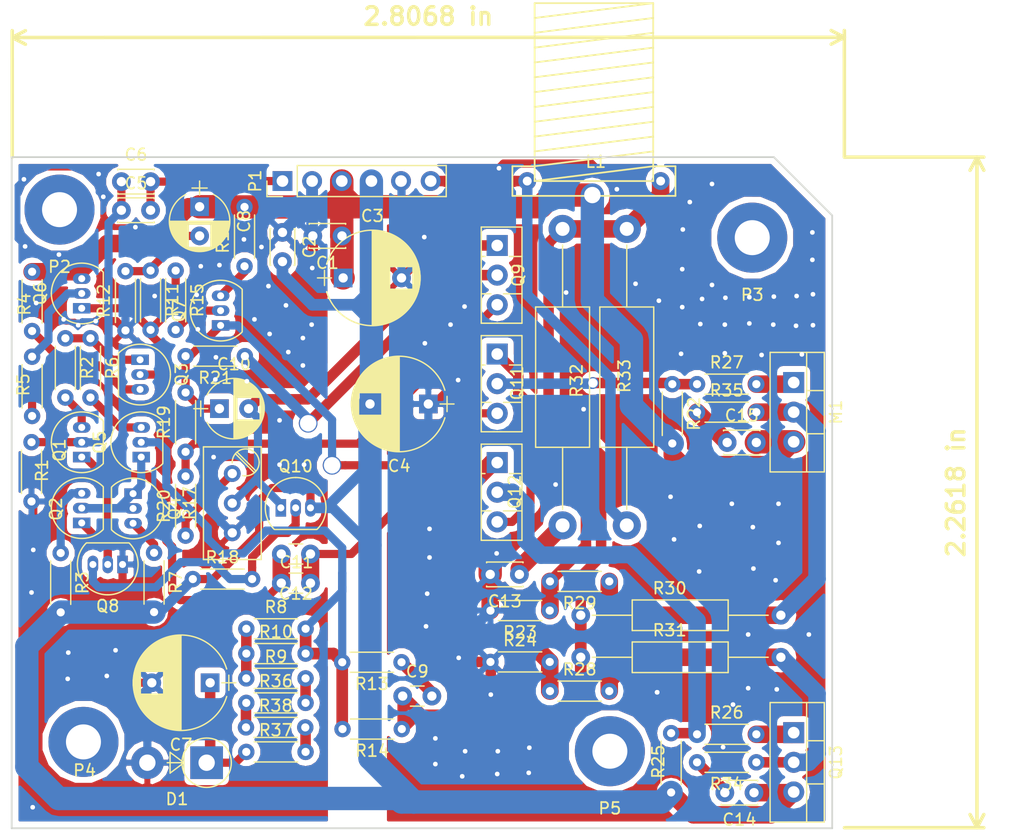
<source format=kicad_pcb>
(kicad_pcb (version 4) (host pcbnew 4.0.4-stable)
  (layers (0 F.Cu signal) (31 B.Cu signal) (34 B.Paste user hide) (35 F.Paste user hide) (36 B.SilkS user hide) (37 F.SilkS user) (38 B.Mask user hide) (39 F.Mask user hide) (44 Edge.Cuts user))
  (net 0 "")
  (net 1 /VDD)
  (net 2 GND)
  (net 3 /VSS)
  (net 4 GNDPWR)
  (net 5 "Net-(C5-Pad1)")
  (net 6 /INPUT)
  (net 7 "Net-(C7-Pad1)")
  (net 8 "Net-(C8-Pad2)")
  (net 9 /feedback)
  (net 10 "Net-(C9-Pad2)")
  (net 11 "Net-(C10-Pad1)")
  (net 12 "Net-(C10-Pad2)")
  (net 13 "Net-(C11-Pad1)")
  (net 14 /VAS)
  (net 15 "Net-(C13-Pad1)")
  (net 16 "Net-(C14-Pad2)")
  (net 17 "Net-(C15-Pad1)")
  (net 18 /OUTPUT)
  (net 19 "Net-(M1-Pad1)")
  (net 20 "Net-(M1-Pad2)")
  (net 21 "Net-(Q1-Pad3)")
  (net 22 "Net-(Q2-Pad2)")
  (net 23 "Net-(Q2-Pad3)")
  (net 24 "Net-(Q3-Pad2)")
  (net 25 "Net-(Q3-Pad3)")
  (net 26 "Net-(Q3-Pad1)")
  (net 27 "Net-(Q4-Pad3)")
  (net 28 "Net-(Q5-Pad2)")
  (net 29 "Net-(Q5-Pad3)")
  (net 30 "Net-(Q6-Pad2)")
  (net 31 "Net-(Q7-Pad2)")
  (net 32 "Net-(Q7-Pad3)")
  (net 33 "Net-(Q10-Pad2)")
  (net 34 "Net-(Q9-Pad2)")
  (net 35 "Net-(Q9-Pad3)")
  (net 36 "Net-(Q11-Pad1)")
  (net 37 "Net-(Q11-Pad2)")
  (net 38 "Net-(Q12-Pad1)")
  (net 39 "Net-(Q12-Pad2)")
  (net 40 "Net-(Q13-Pad1)")
  (net 41 "Net-(Q13-Pad2)")
  (net 42 "Net-(R10-Pad1)")
  (net 43 "Net-(R17-Pad1)")
  (net 44 "Net-(R36-Pad2)")
  (net 45 "Net-(R36-Pad1)")
  (net 46 "Net-(R37-Pad2)")
  (module Capacitors_ThroughHole:CP_Radial_D8.0mm_P5.00mm (layer F.Cu) (at 94.125 88.825 180)
    (fp_text reference C4 (at 2.5 -5.31 180) (layer F.SilkS))
    (fp_text value 220u)
    (pad 1 thru_hole rect (at 0 0 180) (size 1.6 1.6) (drill 0.8) (layers *.Cu *.Mask) (net 4 GNDPWR))
    (pad 2 thru_hole circle (at 5 0 180) (size 1.6 1.6) (drill 0.8) (layers *.Cu *.Mask) (net 3 /VSS))
  )
  (module Capacitors_ThroughHole:C_Disc_D3.0mm_W2.0mm_P2.50mm (layer F.Cu) (at 86.725 74.425 180)
    (fp_text reference C1 (at 1.25 -2.31 180) (layer F.SilkS))
    (fp_text value 100n)
    (pad 1 thru_hole circle (at 0 0 180) (size 1.6 1.6) (drill 0.8) (layers *.Cu *.Mask) (net 1 /VDD))
    (pad 2 thru_hole circle (at 2.5 0 180) (size 1.6 1.6) (drill 0.8) (layers *.Cu *.Mask) (net 2 GND))
  )
  (module Capacitors_ThroughHole:C_Disc_D3.0mm_W2.0mm_P2.50mm (layer F.Cu) (at 81.625 74.125 270)
    (fp_text reference C2 (at 1.25 -2.31 270) (layer F.SilkS))
    (fp_text value 100n)
    (pad 1 thru_hole circle (at 0 0 270) (size 1.6 1.6) (drill 0.8) (layers *.Cu *.Mask) (net 2 GND))
    (pad 2 thru_hole circle (at 2.5 0 270) (size 1.6 1.6) (drill 0.8) (layers *.Cu *.Mask) (net 3 /VSS))
  )
  (module Capacitors_ThroughHole:CP_Radial_D8.0mm_P5.00mm (layer F.Cu) (at 86.825 78.025)
    (fp_text reference C3 (at 2.5 -5.31) (layer F.SilkS))
    (fp_text value 220u)
    (pad 1 thru_hole rect (at 0 0) (size 1.6 1.6) (drill 0.8) (layers *.Cu *.Mask) (net 1 /VDD))
    (pad 2 thru_hole circle (at 5 0) (size 1.6 1.6) (drill 0.8) (layers *.Cu *.Mask) (net 4 GNDPWR))
  )
  (module Capacitors_ThroughHole:C_Disc_D3.0mm_W2.0mm_P2.50mm (layer F.Cu) (at 67.825 72.225)
    (fp_text reference C5 (at 1.25 -2.31) (layer F.SilkS))
    (fp_text value 220n)
    (pad 1 thru_hole circle (at 0 0) (size 1.6 1.6) (drill 0.8) (layers *.Cu *.Mask) (net 5 "Net-(C5-Pad1)"))
    (pad 2 thru_hole circle (at 2.5 0) (size 1.6 1.6) (drill 0.8) (layers *.Cu *.Mask) (net 6 /INPUT))
  )
  (module Capacitors_ThroughHole:C_Disc_D3.0mm_W2.0mm_P2.50mm (layer F.Cu) (at 67.825 69.775)
    (fp_text reference C6 (at 1.25 -2.31) (layer F.SilkS))
    (fp_text value 220n)
    (pad 1 thru_hole circle (at 0 0) (size 1.6 1.6) (drill 0.8) (layers *.Cu *.Mask) (net 5 "Net-(C5-Pad1)"))
    (pad 2 thru_hole circle (at 2.5 0) (size 1.6 1.6) (drill 0.8) (layers *.Cu *.Mask) (net 6 /INPUT))
  )
  (module Capacitors_ThroughHole:CP_Radial_D8.0mm_P5.00mm (layer F.Cu) (at 75.429653 112.709069 180)
    (fp_text reference C7 (at 2.5 -5.31 180) (layer F.SilkS))
    (fp_text value 220u)
    (pad 1 thru_hole rect (at 0 0 180) (size 1.6 1.6) (drill 0.8) (layers *.Cu *.Mask) (net 7 "Net-(C7-Pad1)"))
    (pad 2 thru_hole circle (at 5 0 180) (size 1.6 1.6) (drill 0.8) (layers *.Cu *.Mask) (net 2 GND))
  )
  (module Capacitors_ThroughHole:CP_Radial_D5.0mm_P2.50mm (layer F.Cu) (at 74.525 71.925 270)
    (fp_text reference C8 (at 1.25 -3.81 270) (layer F.SilkS))
    (fp_text value 4.7u)
    (pad 1 thru_hole rect (at 0 0 270) (size 1.6 1.6) (drill 0.8) (layers *.Cu *.Mask) (net 1 /VDD))
    (pad 2 thru_hole circle (at 2.5 0 270) (size 1.6 1.6) (drill 0.8) (layers *.Cu *.Mask) (net 8 "Net-(C8-Pad2)"))
  )
  (module Capacitors_ThroughHole:C_Disc_D3.0mm_W1.6mm_P2.50mm (layer F.Cu) (at 91.925 113.85)
    (fp_text reference C9 (at 1.25 -2.11) (layer F.SilkS))
    (fp_text value 15p)
    (pad 1 thru_hole circle (at 0 0) (size 1.6 1.6) (drill 0.8) (layers *.Cu *.Mask) (net 9 /feedback))
    (pad 2 thru_hole circle (at 2.5 0) (size 1.6 1.6) (drill 0.8) (layers *.Cu *.Mask) (net 10 "Net-(C9-Pad2)"))
  )
  (module Capacitors_ThroughHole:CP_Radial_D5.0mm_P2.50mm (layer F.Cu) (at 76.225 89.225)
    (fp_text reference C10 (at 1.25 -3.81) (layer F.SilkS))
    (fp_text value 4.7u)
    (pad 1 thru_hole rect (at 0 0) (size 1.6 1.6) (drill 0.8) (layers *.Cu *.Mask) (net 11 "Net-(C10-Pad1)"))
    (pad 2 thru_hole circle (at 2.5 0) (size 1.6 1.6) (drill 0.8) (layers *.Cu *.Mask) (net 12 "Net-(C10-Pad2)"))
  )
  (module Capacitors_ThroughHole:C_Disc_D3.0mm_W1.6mm_P2.50mm (layer F.Cu) (at 84.025 101.675 180)
    (fp_text reference C11 (at 1.2 -0.7 180) (layer F.SilkS))
    (fp_text value 1n)
    (pad 1 thru_hole circle (at 0 0 180) (size 1.6 1.6) (drill 0.8) (layers *.Cu *.Mask) (net 13 "Net-(C11-Pad1)"))
    (pad 2 thru_hole circle (at 2.5 0 180) (size 1.6 1.6) (drill 0.8) (layers *.Cu *.Mask) (net 14 /VAS))
  )
  (module Capacitors_ThroughHole:C_Disc_D3.0mm_W1.6mm_P2.50mm (layer F.Cu) (at 84.025 104.175 180)
    (fp_text reference C12 (at 1.25 -0.9 180) (layer F.SilkS))
    (fp_text value 1n)
    (pad 1 thru_hole circle (at 0 0 180) (size 1.6 1.6) (drill 0.8) (layers *.Cu *.Mask) (net 13 "Net-(C11-Pad1)"))
    (pad 2 thru_hole circle (at 2.5 0 180) (size 1.6 1.6) (drill 0.8) (layers *.Cu *.Mask) (net 14 /VAS))
  )
  (module Capacitors_ThroughHole:C_Disc_D3.0mm_W2.0mm_P2.50mm (layer F.Cu) (at 101.925 103.425 180)
    (fp_text reference C13 (at 1.25 -2.31 180) (layer F.SilkS))
    (fp_text value 47n)
    (pad 1 thru_hole circle (at 0 0 180) (size 1.6 1.6) (drill 0.8) (layers *.Cu *.Mask) (net 15 "Net-(C13-Pad1)"))
    (pad 2 thru_hole circle (at 2.5 0 180) (size 1.6 1.6) (drill 0.8) (layers *.Cu *.Mask) (net 4 GNDPWR))
  )
  (module Capacitors_ThroughHole:C_Disc_D3.0mm_W2.0mm_P2.50mm (layer F.Cu) (at 122.025 122.125 180)
    (fp_text reference C14 (at 1.25 -2.31 180) (layer F.SilkS))
    (fp_text value 100n)
    (pad 1 thru_hole circle (at 0 0 180) (size 1.6 1.6) (drill 0.8) (layers *.Cu *.Mask) (net 3 /VSS))
    (pad 2 thru_hole circle (at 2.5 0 180) (size 1.6 1.6) (drill 0.8) (layers *.Cu *.Mask) (net 16 "Net-(C14-Pad2)"))
  )
  (module Capacitors_ThroughHole:C_Disc_D3.0mm_W2.0mm_P2.50mm (layer F.Cu) (at 119.725 92.125)
    (fp_text reference C15 (at 1.25 -2.31) (layer F.SilkS))
    (fp_text value 100n)
    (pad 1 thru_hole circle (at 0 0) (size 1.6 1.6) (drill 0.8) (layers *.Cu *.Mask) (net 17 "Net-(C15-Pad1)"))
    (pad 2 thru_hole circle (at 2.5 0) (size 1.6 1.6) (drill 0.8) (layers *.Cu *.Mask) (net 1 /VDD))
  )
  (module Diodes_ThroughHole:D_5W_P5.08mm_Vertical_AnodeUp (layer F.Cu) (at 75.129653 119.559069 180)
    (fp_text reference D1 (at 2.54 -3.114899 180) (layer F.SilkS))
    (fp_text value D1N4148)
    (pad 1 thru_hole rect (at 0 0 180) (size 2.8 2.8) (drill 1.4) (layers *.Cu *.Mask) (net 7 "Net-(C7-Pad1)"))
    (pad 2 thru_hole oval (at 5.08 0 180) (size 2.8 2.8) (drill 1.4) (layers *.Cu *.Mask) (net 2 GND))
  )
  (module Custom_Footprints:Coil_p11mm_L15mm_d10mm (layer F.Cu) (at 102.595 69.725)
    (fp_text reference L1 (at 5.88 -1.65) (layer F.SilkS))
    (fp_text value 1u)
    (pad 1 thru_hole circle (at 0 0) (size 1.524 1.524) (drill 0.762) (layers *.Cu *.Mask) (net 18 /OUTPUT))
    (pad 2 thru_hole circle (at 11.43 0) (size 1.524 1.524) (drill 0.762) (layers *.Cu *.Mask) (net 9 /feedback))
  )
  (module TO_SOT_Packages_THT:TO-220_Vertical (layer F.Cu) (at 125.425 86.985 270)
    (fp_text reference M1 (at 2.54 -3.62 270) (layer F.SilkS))
    (fp_text value IRF9530)
    (pad 1 thru_hole rect (at 0 0 270) (size 1.8 1.8) (drill 1) (layers *.Cu *.Mask) (net 19 "Net-(M1-Pad1)"))
    (pad 2 thru_hole oval (at 2.54 0 270) (size 1.8 1.8) (drill 1) (layers *.Cu *.Mask) (net 20 "Net-(M1-Pad2)"))
    (pad 3 thru_hole oval (at 5.08 0 270) (size 1.8 1.8) (drill 1) (layers *.Cu *.Mask) (net 1 /VDD))
  )
  (module Pin_Headers:Pin_Header_Straight_1x06_Pitch2.54mm (layer F.Cu) (at 81.625 69.725 90)
    (fp_text reference P1 (at 0 -2.33 90) (layer F.SilkS))
    (fp_text value CONN_01X06)
    (pad 1 thru_hole rect (at 0 0 90) (size 1.7 1.7) (drill 1) (layers *.Cu *.Mask) (net 6 /INPUT))
    (pad 2 thru_hole oval (at 0 2.54 90) (size 1.7 1.7) (drill 1) (layers *.Cu *.Mask) (net 2 GND))
    (pad 3 thru_hole oval (at 0 5.08 90) (size 1.7 1.7) (drill 1) (layers *.Cu *.Mask) (net 1 /VDD))
    (pad 4 thru_hole oval (at 0 7.62 90) (size 1.7 1.7) (drill 1) (layers *.Cu *.Mask) (net 3 /VSS))
    (pad 5 thru_hole oval (at 0 10.16 90) (size 1.7 1.7) (drill 1) (layers *.Cu *.Mask) (net 4 GNDPWR))
    (pad 6 thru_hole oval (at 0 12.7 90) (size 1.7 1.7) (drill 1) (layers *.Cu *.Mask) (net 18 /OUTPUT))
  )
  (module Custom_Holes:Mounting_D3mm_Pad1mm_totd6mm (layer F.Cu) (at 62.525 72.175)
    (fp_text reference P2 (at 0 4.9) (layer F.SilkS))
    (fp_text value CONN_01X01)
    (pad 1 thru_hole circle (at 0 0) (size 6 6) (drill 3) (layers *.Cu *.Mask))
  )
  (module Custom_Holes:Mounting_D3mm_Pad1mm_totd6mm (layer F.Cu) (at 121.875 74.575)
    (fp_text reference P3 (at 0 4.9) (layer F.SilkS))
    (fp_text value CONN_01X01)
    (pad 1 thru_hole circle (at 0 0) (size 6 6) (drill 3) (layers *.Cu *.Mask))
  )
  (module Custom_Holes:Mounting_D3mm_Pad1mm_totd6mm (layer F.Cu) (at 64.575 117.775)
    (fp_text reference P4 (at 0.1 2.45) (layer F.SilkS))
    (fp_text value CONN_01X01)
    (pad 1 thru_hole circle (at 0 0) (size 6 6) (drill 3) (layers *.Cu *.Mask))
  )
  (module Custom_Holes:Mounting_D3mm_Pad1mm_totd6mm (layer F.Cu) (at 109.675 118.575)
    (fp_text reference P5 (at 0 4.9) (layer F.SilkS))
    (fp_text value CONN_01X01)
    (pad 1 thru_hole circle (at 0 0) (size 6 6) (drill 3) (layers *.Cu *.Mask))
  )
  (module TO_SOT_Packages_THT:TO-92_Inline_Narrow_Oval (layer F.Cu) (at 64.425 93.375 90)
    (fp_text reference Q1 (at 0.6 -1.9 90) (layer F.SilkS))
    (fp_text value BC556)
    (pad 2 thru_hole oval (at 1.27 0 270) (size 0.9 1.5) (drill 0.6) (layers *.Cu *.Mask) (net 5 "Net-(C5-Pad1)"))
    (pad 3 thru_hole oval (at 2.54 0 270) (size 0.9 1.5) (drill 0.6) (layers *.Cu *.Mask) (net 21 "Net-(Q1-Pad3)"))
    (pad 1 thru_hole rect (at 0 0 270) (size 0.9 1.5) (drill 0.6) (layers *.Cu *.Mask) (net 14 /VAS))
  )
  (module TO_SOT_Packages_THT:TO-92_Inline_Narrow_Oval (layer F.Cu) (at 64.425 99.015 90)
    (fp_text reference Q2 (at 1.19 -2.2 90) (layer F.SilkS))
    (fp_text value BC546)
    (pad 2 thru_hole oval (at 1.27 0 270) (size 0.9 1.5) (drill 0.6) (layers *.Cu *.Mask) (net 22 "Net-(Q2-Pad2)"))
    (pad 3 thru_hole oval (at 2.54 0 270) (size 0.9 1.5) (drill 0.6) (layers *.Cu *.Mask) (net 23 "Net-(Q2-Pad3)"))
    (pad 1 thru_hole rect (at 0 0 270) (size 0.9 1.5) (drill 0.6) (layers *.Cu *.Mask) (net 14 /VAS))
  )
  (module TO_SOT_Packages_THT:TO-92_Inline_Narrow_Oval (layer F.Cu) (at 69.425 85.035 270)
    (fp_text reference Q3 (at 1.27 -3.56 270) (layer F.SilkS))
    (fp_text value BC556)
    (pad 2 thru_hole oval (at 1.27 0 90) (size 0.9 1.5) (drill 0.6) (layers *.Cu *.Mask) (net 24 "Net-(Q3-Pad2)"))
    (pad 3 thru_hole oval (at 2.54 0 90) (size 0.9 1.5) (drill 0.6) (layers *.Cu *.Mask) (net 25 "Net-(Q3-Pad3)"))
    (pad 1 thru_hole rect (at 0 0 90) (size 0.9 1.5) (drill 0.6) (layers *.Cu *.Mask) (net 26 "Net-(Q3-Pad1)"))
  )
  (module TO_SOT_Packages_THT:TO-92_Inline_Narrow_Oval (layer F.Cu) (at 68.825 96.505 270)
    (fp_text reference Q4 (at 1.27 -3.56 270) (layer F.SilkS))
    (fp_text value BC546)
    (pad 2 thru_hole oval (at 1.27 0 90) (size 0.9 1.5) (drill 0.6) (layers *.Cu *.Mask) (net 22 "Net-(Q2-Pad2)"))
    (pad 3 thru_hole oval (at 2.54 0 90) (size 0.9 1.5) (drill 0.6) (layers *.Cu *.Mask) (net 27 "Net-(Q4-Pad3)"))
    (pad 1 thru_hole rect (at 0 0 90) (size 0.9 1.5) (drill 0.6) (layers *.Cu *.Mask) (net 22 "Net-(Q2-Pad2)"))
  )
  (module TO_SOT_Packages_THT:TO-92_Inline_Narrow_Oval (layer F.Cu) (at 69.525 93.375 90)
    (fp_text reference Q5 (at 1.27 -3.56 90) (layer F.SilkS))
    (fp_text value BC556)
    (pad 2 thru_hole oval (at 1.27 0 270) (size 0.9 1.5) (drill 0.6) (layers *.Cu *.Mask) (net 28 "Net-(Q5-Pad2)"))
    (pad 3 thru_hole oval (at 2.54 0 270) (size 0.9 1.5) (drill 0.6) (layers *.Cu *.Mask) (net 29 "Net-(Q5-Pad3)"))
    (pad 1 thru_hole rect (at 0 0 270) (size 0.9 1.5) (drill 0.6) (layers *.Cu *.Mask) (net 22 "Net-(Q2-Pad2)"))
  )
  (module TO_SOT_Packages_THT:TO-92_Inline_Narrow_Oval (layer F.Cu) (at 64.425 80.625 90)
    (fp_text reference Q6 (at 1.27 -3.56 90) (layer F.SilkS))
    (fp_text value BC556)
    (pad 2 thru_hole oval (at 1.27 0 270) (size 0.9 1.5) (drill 0.6) (layers *.Cu *.Mask) (net 30 "Net-(Q6-Pad2)"))
    (pad 3 thru_hole oval (at 2.54 0 270) (size 0.9 1.5) (drill 0.6) (layers *.Cu *.Mask) (net 1 /VDD))
    (pad 1 thru_hole rect (at 0 0 270) (size 0.9 1.5) (drill 0.6) (layers *.Cu *.Mask) (net 24 "Net-(Q3-Pad2)"))
  )
  (module TO_SOT_Packages_THT:TO-92_Inline_Narrow_Oval (layer F.Cu) (at 76.325 82.095 90)
    (fp_text reference Q7 (at 1.27 -3.56 90) (layer F.SilkS))
    (fp_text value BC556)
    (pad 2 thru_hole oval (at 1.27 0 270) (size 0.9 1.5) (drill 0.6) (layers *.Cu *.Mask) (net 31 "Net-(Q7-Pad2)"))
    (pad 3 thru_hole oval (at 2.54 0 270) (size 0.9 1.5) (drill 0.6) (layers *.Cu *.Mask) (net 32 "Net-(Q7-Pad3)"))
    (pad 1 thru_hole rect (at 0 0 270) (size 0.9 1.5) (drill 0.6) (layers *.Cu *.Mask) (net 11 "Net-(C10-Pad1)"))
  )
  (module TO_SOT_Packages_THT:TO-92_Inline_Narrow_Oval (layer F.Cu) (at 67.925 102.575 180)
    (fp_text reference Q8 (at 1.27 -3.56 180) (layer F.SilkS))
    (fp_text value BC546)
    (pad 2 thru_hole oval (at 1.27 0) (size 0.9 1.5) (drill 0.6) (layers *.Cu *.Mask) (net 14 /VAS))
    (pad 3 thru_hole oval (at 2.54 0) (size 0.9 1.5) (drill 0.6) (layers *.Cu *.Mask) (net 33 "Net-(Q10-Pad2)"))
    (pad 1 thru_hole rect (at 0 0) (size 0.9 1.5) (drill 0.6) (layers *.Cu *.Mask) (net 2 GND))
  )
  (module TO_SOT_Packages_THT:TO-126_Vertical (layer F.Cu) (at 100.025 75.245 270)
    (fp_text reference Q9 (at 2.54 -1.8 270) (layer F.SilkS))
    (fp_text value BD135)
    (pad 1 thru_hole rect (at 0 0 270) (size 1.8 1.8) (drill 1) (layers *.Cu *.Mask) (net 12 "Net-(C10-Pad2)"))
    (pad 2 thru_hole oval (at 2.54 0 270) (size 1.8 1.8) (drill 1) (layers *.Cu *.Mask) (net 34 "Net-(Q9-Pad2)"))
    (pad 3 thru_hole oval (at 5.08 0 270) (size 1.8 1.8) (drill 1) (layers *.Cu *.Mask) (net 35 "Net-(Q9-Pad3)"))
  )
  (module TO_SOT_Packages_THT:TO-92_Inline_Narrow_Oval (layer F.Cu) (at 81.485 97.725)
    (fp_text reference Q10 (at 1.27 -3.56) (layer F.SilkS))
    (fp_text value BC546)
    (pad 2 thru_hole oval (at 1.27 0 180) (size 0.9 1.5) (drill 0.6) (layers *.Cu *.Mask) (net 33 "Net-(Q10-Pad2)"))
    (pad 3 thru_hole oval (at 2.54 0 180) (size 0.9 1.5) (drill 0.6) (layers *.Cu *.Mask) (net 3 /VSS))
    (pad 1 thru_hole rect (at 0 0 180) (size 0.9 1.5) (drill 0.6) (layers *.Cu *.Mask) (net 12 "Net-(C10-Pad2)"))
  )
  (module TO_SOT_Packages_THT:TO-126_Vertical (layer F.Cu) (at 100.025 84.545 270)
    (fp_text reference Q11 (at 2.48 -1.7 270) (layer F.SilkS))
    (fp_text value BD135)
    (pad 1 thru_hole rect (at 0 0 270) (size 1.8 1.8) (drill 1) (layers *.Cu *.Mask) (net 36 "Net-(Q11-Pad1)"))
    (pad 2 thru_hole oval (at 2.54 0 270) (size 1.8 1.8) (drill 1) (layers *.Cu *.Mask) (net 37 "Net-(Q11-Pad2)"))
    (pad 3 thru_hole oval (at 5.08 0 270) (size 1.8 1.8) (drill 1) (layers *.Cu *.Mask) (net 11 "Net-(C10-Pad1)"))
  )
  (module TO_SOT_Packages_THT:TO-126_Vertical (layer F.Cu) (at 100.025 93.845 270)
    (fp_text reference Q12 (at 2.5 -1.5 270) (layer F.SilkS))
    (fp_text value BD136)
    (pad 1 thru_hole rect (at 0 0 270) (size 1.8 1.8) (drill 1) (layers *.Cu *.Mask) (net 38 "Net-(Q12-Pad1)"))
    (pad 2 thru_hole oval (at 2.54 0 270) (size 1.8 1.8) (drill 1) (layers *.Cu *.Mask) (net 39 "Net-(Q12-Pad2)"))
    (pad 3 thru_hole oval (at 5.08 0 270) (size 1.8 1.8) (drill 1) (layers *.Cu *.Mask) (net 13 "Net-(C11-Pad1)"))
  )
  (module TO_SOT_Packages_THT:TO-220_Vertical (layer F.Cu) (at 125.425 116.985 270)
    (fp_text reference Q13 (at 2.54 -3.62 270) (layer F.SilkS))
    (fp_text value IRF530)
    (pad 1 thru_hole rect (at 0 0 270) (size 1.8 1.8) (drill 1) (layers *.Cu *.Mask) (net 40 "Net-(Q13-Pad1)"))
    (pad 2 thru_hole oval (at 2.54 0 270) (size 1.8 1.8) (drill 1) (layers *.Cu *.Mask) (net 41 "Net-(Q13-Pad2)"))
    (pad 3 thru_hole oval (at 5.08 0 270) (size 1.8 1.8) (drill 1) (layers *.Cu *.Mask) (net 3 /VSS))
  )
  (module Resistors_ThroughHole:R_Axial_DIN0204_L3.6mm_D1.6mm_P5.08mm_Horizontal (layer F.Cu) (at 60.125 92.095 270)
    (fp_text reference R1 (at 2.43 -0.9 270) (layer F.SilkS))
    (fp_text value 47k)
    (pad 1 thru_hole circle (at 0 0 270) (size 1.4 1.4) (drill 0.7) (layers *.Cu *.Mask) (net 5 "Net-(C5-Pad1)"))
    (pad 2 thru_hole oval (at 5.08 0 270) (size 1.4 1.4) (drill 0.7) (layers *.Cu *.Mask) (net 2 GND))
  )
  (module Resistors_ThroughHole:R_Axial_DIN0204_L3.6mm_D1.6mm_P5.08mm_Horizontal (layer F.Cu) (at 63.025 83.195 270)
    (fp_text reference R2 (at 2.54 -1.86 270) (layer F.SilkS))
    (fp_text value 100)
    (pad 1 thru_hole circle (at 0 0 270) (size 1.4 1.4) (drill 0.7) (layers *.Cu *.Mask) (net 26 "Net-(Q3-Pad1)"))
    (pad 2 thru_hole oval (at 5.08 0 270) (size 1.4 1.4) (drill 0.7) (layers *.Cu *.Mask) (net 21 "Net-(Q1-Pad3)"))
  )
  (module Resistors_ThroughHole:R_Axial_DIN0204_L3.6mm_D1.6mm_P5.08mm_Horizontal (layer F.Cu) (at 62.625 101.595 270)
    (fp_text reference R3 (at 2.54 -1.86 270) (layer F.SilkS))
    (fp_text value 68)
    (pad 1 thru_hole circle (at 0 0 270) (size 1.4 1.4) (drill 0.7) (layers *.Cu *.Mask) (net 23 "Net-(Q2-Pad3)"))
    (pad 2 thru_hole oval (at 5.08 0 270) (size 1.4 1.4) (drill 0.7) (layers *.Cu *.Mask) (net 3 /VSS))
  )
  (module Resistors_ThroughHole:R_Axial_DIN0204_L3.6mm_D1.6mm_P5.08mm_Horizontal (layer F.Cu) (at 60.175 82.575 90)
    (fp_text reference R4 (at 2.3 -0.65 90) (layer F.SilkS))
    (fp_text value 150)
    (pad 1 thru_hole circle (at 0 0 90) (size 1.4 1.4) (drill 0.7) (layers *.Cu *.Mask) (net 25 "Net-(Q3-Pad3)"))
    (pad 2 thru_hole oval (at 5.08 0 90) (size 1.4 1.4) (drill 0.7) (layers *.Cu *.Mask) (net 1 /VDD))
  )
  (module Resistors_ThroughHole:R_Axial_DIN0204_L3.6mm_D1.6mm_P5.08mm_Horizontal (layer F.Cu) (at 60.175 89.855 90)
    (fp_text reference R5 (at 2.68 -0.75 90) (layer F.SilkS))
    (fp_text value 1k)
    (pad 1 thru_hole circle (at 0 0 90) (size 1.4 1.4) (drill 0.7) (layers *.Cu *.Mask) (net 25 "Net-(Q3-Pad3)"))
    (pad 2 thru_hole oval (at 5.08 0 90) (size 1.4 1.4) (drill 0.7) (layers *.Cu *.Mask) (net 30 "Net-(Q6-Pad2)"))
  )
  (module Resistors_ThroughHole:R_Axial_DIN0204_L3.6mm_D1.6mm_P5.08mm_Horizontal (layer F.Cu) (at 65.175 83.195 270)
    (fp_text reference R6 (at 2.54 -1.86 270) (layer F.SilkS))
    (fp_text value 100)
    (pad 1 thru_hole circle (at 0 0 270) (size 1.4 1.4) (drill 0.7) (layers *.Cu *.Mask) (net 26 "Net-(Q3-Pad1)"))
    (pad 2 thru_hole oval (at 5.08 0 270) (size 1.4 1.4) (drill 0.7) (layers *.Cu *.Mask) (net 29 "Net-(Q5-Pad3)"))
  )
  (module Resistors_ThroughHole:R_Axial_DIN0204_L3.6mm_D1.6mm_P5.08mm_Horizontal (layer F.Cu) (at 70.625 101.575 270)
    (fp_text reference R7 (at 2.54 -1.86 270) (layer F.SilkS))
    (fp_text value 68)
    (pad 1 thru_hole circle (at 0 0 270) (size 1.4 1.4) (drill 0.7) (layers *.Cu *.Mask) (net 27 "Net-(Q4-Pad3)"))
    (pad 2 thru_hole oval (at 5.08 0 270) (size 1.4 1.4) (drill 0.7) (layers *.Cu *.Mask) (net 3 /VSS))
  )
  (module Resistors_ThroughHole:R_Axial_DIN0204_L3.6mm_D1.6mm_P5.08mm_Horizontal (layer F.Cu) (at 78.529653 108.084069)
    (fp_text reference R8 (at 2.54 -1.86) (layer F.SilkS))
    (fp_text value 4.7k)
    (pad 1 thru_hole circle (at 0 0) (size 1.4 1.4) (drill 0.7) (layers *.Cu *.Mask) (net 42 "Net-(R10-Pad1)"))
    (pad 2 thru_hole oval (at 5.08 0) (size 1.4 1.4) (drill 0.7) (layers *.Cu *.Mask) (net 28 "Net-(Q5-Pad2)"))
  )
  (module Resistors_ThroughHole:R_Axial_DIN0204_L3.6mm_D1.6mm_P5.08mm_Horizontal (layer F.Cu) (at 78.524653 112.334069)
    (fp_text reference R9 (at 2.54 -1.86) (layer F.SilkS))
    (fp_text value 100)
    (pad 1 thru_hole circle (at 0 0) (size 1.4 1.4) (drill 0.7) (layers *.Cu *.Mask) (net 42 "Net-(R10-Pad1)"))
    (pad 2 thru_hole oval (at 5.08 0) (size 1.4 1.4) (drill 0.7) (layers *.Cu *.Mask) (net 44 "Net-(R36-Pad2)"))
  )
  (module Resistors_ThroughHole:R_Axial_DIN0204_L3.6mm_D1.6mm_P5.08mm_Horizontal (layer F.Cu) (at 78.529653 110.209069)
    (fp_text reference R10 (at 2.54 -1.86) (layer F.SilkS))
    (fp_text value 4.7k)
    (pad 1 thru_hole circle (at 0 0) (size 1.4 1.4) (drill 0.7) (layers *.Cu *.Mask) (net 42 "Net-(R10-Pad1)"))
    (pad 2 thru_hole oval (at 5.08 0) (size 1.4 1.4) (drill 0.7) (layers *.Cu *.Mask) (net 28 "Net-(Q5-Pad2)"))
  )
  (module Resistors_ThroughHole:R_Axial_DIN0204_L3.6mm_D1.6mm_P5.08mm_Horizontal (layer F.Cu) (at 70.325 77.395 270)
    (fp_text reference R11 (at 2.54 -1.86 270) (layer F.SilkS))
    (fp_text value 10k)
    (pad 1 thru_hole circle (at 0 0 270) (size 1.4 1.4) (drill 0.7) (layers *.Cu *.Mask) (net 8 "Net-(C8-Pad2)"))
    (pad 2 thru_hole oval (at 5.08 0 270) (size 1.4 1.4) (drill 0.7) (layers *.Cu *.Mask) (net 24 "Net-(Q3-Pad2)"))
  )
  (module Resistors_ThroughHole:R_Axial_DIN0204_L3.6mm_D1.6mm_P5.08mm_Horizontal (layer F.Cu) (at 68.175 82.525 90)
    (fp_text reference R12 (at 2.54 -1.86 90) (layer F.SilkS))
    (fp_text value 10k)
    (pad 1 thru_hole circle (at 0 0 90) (size 1.4 1.4) (drill 0.7) (layers *.Cu *.Mask) (net 2 GND))
    (pad 2 thru_hole oval (at 5.08 0 90) (size 1.4 1.4) (drill 0.7) (layers *.Cu *.Mask) (net 8 "Net-(C8-Pad2)"))
  )
  (module Resistors_ThroughHole:R_Axial_DIN0204_L3.6mm_D1.6mm_P5.08mm_Horizontal (layer F.Cu) (at 91.825 110.95 180)
    (fp_text reference R13 (at 2.54 -1.86 180) (layer F.SilkS))
    (fp_text value 330)
    (pad 1 thru_hole circle (at 0 0 180) (size 1.4 1.4) (drill 0.7) (layers *.Cu *.Mask) (net 10 "Net-(C9-Pad2)"))
    (pad 2 thru_hole oval (at 5.08 0 180) (size 1.4 1.4) (drill 0.7) (layers *.Cu *.Mask) (net 28 "Net-(Q5-Pad2)"))
  )
  (module Resistors_ThroughHole:R_Axial_DIN0204_L3.6mm_D1.6mm_P5.08mm_Horizontal (layer F.Cu) (at 91.85 116.675 180)
    (fp_text reference R14 (at 2.54 -1.86 180) (layer F.SilkS))
    (fp_text value 33k)
    (pad 1 thru_hole circle (at 0 0 180) (size 1.4 1.4) (drill 0.7) (layers *.Cu *.Mask) (net 9 /feedback))
    (pad 2 thru_hole oval (at 5.08 0 180) (size 1.4 1.4) (drill 0.7) (layers *.Cu *.Mask) (net 28 "Net-(Q5-Pad2)"))
  )
  (module Resistors_ThroughHole:R_Axial_DIN0204_L3.6mm_D1.6mm_P5.08mm_Horizontal (layer F.Cu) (at 72.475 77.395 270)
    (fp_text reference R15 (at 2.54 -1.86 270) (layer F.SilkS))
    (fp_text value 2.2k)
    (pad 1 thru_hole circle (at 0 0 270) (size 1.4 1.4) (drill 0.7) (layers *.Cu *.Mask) (net 24 "Net-(Q3-Pad2)"))
    (pad 2 thru_hole oval (at 5.08 0 270) (size 1.4 1.4) (drill 0.7) (layers *.Cu *.Mask) (net 31 "Net-(Q7-Pad2)"))
  )
  (module Resistors_ThroughHole:R_Axial_DIN0204_L3.6mm_D1.6mm_P5.08mm_Horizontal (layer F.Cu) (at 78.375 77.025 90)
    (fp_text reference R16 (at 2.54 -1.86 90) (layer F.SilkS))
    (fp_text value 100)
    (pad 1 thru_hole circle (at 0 0 90) (size 1.4 1.4) (drill 0.7) (layers *.Cu *.Mask) (net 32 "Net-(Q7-Pad3)"))
    (pad 2 thru_hole oval (at 5.08 0 90) (size 1.4 1.4) (drill 0.7) (layers *.Cu *.Mask) (net 1 /VDD))
  )
  (module Potentiometers:Potentiometer_Trimmer_Bourns_3296W (layer F.Cu) (at 77.325 94.785 90)
    (fp_text reference R17 (at -2.54 -3.66 90) (layer F.SilkS))
    (fp_text value 670)
    (pad 1 thru_hole circle (at 0 0 90) (size 1.44 1.44) (drill 0.8) (layers *.Cu *.Mask) (net 43 "Net-(R17-Pad1)"))
    (pad 2 thru_hole circle (at -2.54 0 90) (size 1.44 1.44) (drill 0.8) (layers *.Cu *.Mask) (net 12 "Net-(C10-Pad2)"))
    (pad 3 thru_hole circle (at -5.08 0 90) (size 1.44 1.44) (drill 0.8) (layers *.Cu *.Mask) (net 2 GND))
  )
  (module Resistors_ThroughHole:R_Axial_DIN0204_L3.6mm_D1.6mm_P5.08mm_Horizontal (layer F.Cu) (at 73.945 103.825)
    (fp_text reference R18 (at 2.54 -1.86) (layer F.SilkS))
    (fp_text value 1k)
    (pad 1 thru_hole circle (at 0 0) (size 1.4 1.4) (drill 0.7) (layers *.Cu *.Mask) (net 3 /VSS))
    (pad 2 thru_hole oval (at 5.08 0) (size 1.4 1.4) (drill 0.7) (layers *.Cu *.Mask) (net 33 "Net-(Q10-Pad2)"))
  )
  (module Resistors_ThroughHole:R_Axial_DIN0204_L3.6mm_D1.6mm_P5.08mm_Horizontal (layer F.Cu) (at 73.325 92.925 90)
    (fp_text reference R19 (at 2.54 -1.86 90) (layer F.SilkS))
    (fp_text value 1k)
    (pad 1 thru_hole circle (at 0 0 90) (size 1.4 1.4) (drill 0.7) (layers *.Cu *.Mask) (net 35 "Net-(Q9-Pad3)"))
    (pad 2 thru_hole oval (at 5.08 0 90) (size 1.4 1.4) (drill 0.7) (layers *.Cu *.Mask) (net 11 "Net-(C10-Pad1)"))
  )
  (module Resistors_ThroughHole:R_Axial_DIN0204_L3.6mm_D1.6mm_P5.08mm_Horizontal (layer F.Cu) (at 73.325 100.105 90)
    (fp_text reference R20 (at 2.54 -1.86 90) (layer F.SilkS))
    (fp_text value 220)
    (pad 1 thru_hole circle (at 0 0 90) (size 1.4 1.4) (drill 0.7) (layers *.Cu *.Mask) (net 43 "Net-(R17-Pad1)"))
    (pad 2 thru_hole oval (at 5.08 0 90) (size 1.4 1.4) (drill 0.7) (layers *.Cu *.Mask) (net 35 "Net-(Q9-Pad3)"))
  )
  (module Resistors_ThroughHole:R_Axial_DIN0204_L3.6mm_D1.6mm_P5.08mm_Horizontal (layer F.Cu) (at 78.405 84.725 180)
    (fp_text reference R21 (at 2.54 -1.86 180) (layer F.SilkS))
    (fp_text value 15)
    (pad 1 thru_hole circle (at 0 0 180) (size 1.4 1.4) (drill 0.7) (layers *.Cu *.Mask) (net 34 "Net-(Q9-Pad2)"))
    (pad 2 thru_hole oval (at 5.08 0 180) (size 1.4 1.4) (drill 0.7) (layers *.Cu *.Mask) (net 11 "Net-(C10-Pad1)"))
  )
  (module Resistors_ThroughHole:R_Axial_DIN0204_L3.6mm_D1.6mm_P5.08mm_Horizontal (layer F.Cu) (at 115.025 87.125 270)
    (fp_text reference R22 (at 2.54 -1.86 270) (layer F.SilkS))
    (fp_text value 1k)
    (pad 1 thru_hole circle (at 0 0 270) (size 1.4 1.4) (drill 0.7) (layers *.Cu *.Mask) (net 37 "Net-(Q11-Pad2)"))
    (pad 2 thru_hole oval (at 5.08 0 270) (size 1.4 1.4) (drill 0.7) (layers *.Cu *.Mask) (net 1 /VDD))
  )
  (module Resistors_ThroughHole:R_Axial_DIN0204_L3.6mm_D1.6mm_P5.08mm_Horizontal (layer F.Cu) (at 104.525 106.525 180)
    (fp_text reference R23 (at 2.54 -1.86 180) (layer F.SilkS))
    (fp_text value 47)
    (pad 1 thru_hole circle (at 0 0 180) (size 1.4 1.4) (drill 0.7) (layers *.Cu *.Mask) (net 36 "Net-(Q11-Pad1)"))
    (pad 2 thru_hole oval (at 5.08 0 180) (size 1.4 1.4) (drill 0.7) (layers *.Cu *.Mask) (net 4 GNDPWR))
  )
  (module Resistors_ThroughHole:R_Axial_DIN0204_L3.6mm_D1.6mm_P5.08mm_Horizontal (layer F.Cu) (at 99.445 110.925)
    (fp_text reference R24 (at 2.54 -1.86) (layer F.SilkS))
    (fp_text value 47)
    (pad 1 thru_hole circle (at 0 0) (size 1.4 1.4) (drill 0.7) (layers *.Cu *.Mask) (net 4 GNDPWR))
    (pad 2 thru_hole oval (at 5.08 0) (size 1.4 1.4) (drill 0.7) (layers *.Cu *.Mask) (net 38 "Net-(Q12-Pad1)"))
  )
  (module Resistors_ThroughHole:R_Axial_DIN0204_L3.6mm_D1.6mm_P5.08mm_Horizontal (layer F.Cu) (at 114.925 122.105 90)
    (fp_text reference R25 (at 2.63 -1.1 90) (layer F.SilkS))
    (fp_text value 1k)
    (pad 1 thru_hole circle (at 0 0 90) (size 1.4 1.4) (drill 0.7) (layers *.Cu *.Mask) (net 3 /VSS))
    (pad 2 thru_hole oval (at 5.08 0 90) (size 1.4 1.4) (drill 0.7) (layers *.Cu *.Mask) (net 39 "Net-(Q12-Pad2)"))
  )
  (module Resistors_ThroughHole:R_Axial_DIN0204_L3.6mm_D1.6mm_P5.08mm_Horizontal (layer F.Cu) (at 117.145 117.125)
    (fp_text reference R26 (at 2.54 -1.86) (layer F.SilkS))
    (fp_text value 100)
    (pad 1 thru_hole circle (at 0 0) (size 1.4 1.4) (drill 0.7) (layers *.Cu *.Mask) (net 39 "Net-(Q12-Pad2)"))
    (pad 2 thru_hole oval (at 5.08 0) (size 1.4 1.4) (drill 0.7) (layers *.Cu *.Mask) (net 40 "Net-(Q13-Pad1)"))
  )
  (module Resistors_ThroughHole:R_Axial_DIN0204_L3.6mm_D1.6mm_P5.08mm_Horizontal (layer F.Cu) (at 117.145 87.125)
    (fp_text reference R27 (at 2.54 -1.86) (layer F.SilkS))
    (fp_text value 100)
    (pad 1 thru_hole circle (at 0 0) (size 1.4 1.4) (drill 0.7) (layers *.Cu *.Mask) (net 37 "Net-(Q11-Pad2)"))
    (pad 2 thru_hole oval (at 5.08 0) (size 1.4 1.4) (drill 0.7) (layers *.Cu *.Mask) (net 19 "Net-(M1-Pad1)"))
  )
  (module Resistors_ThroughHole:R_Axial_DIN0204_L3.6mm_D1.6mm_P5.08mm_Horizontal (layer F.Cu) (at 104.545 113.425)
    (fp_text reference R28 (at 2.54 -1.86) (layer F.SilkS))
    (fp_text value 47)
    (pad 1 thru_hole circle (at 0 0) (size 1.4 1.4) (drill 0.7) (layers *.Cu *.Mask) (net 38 "Net-(Q12-Pad1)"))
    (pad 2 thru_hole oval (at 5.08 0) (size 1.4 1.4) (drill 0.7) (layers *.Cu *.Mask) (net 41 "Net-(Q13-Pad2)"))
  )
  (module Resistors_ThroughHole:R_Axial_DIN0204_L3.6mm_D1.6mm_P5.08mm_Horizontal (layer F.Cu) (at 109.625 104.025 180)
    (fp_text reference R29 (at 2.54 -1.86 180) (layer F.SilkS))
    (fp_text value 47)
    (pad 1 thru_hole circle (at 0 0 180) (size 1.4 1.4) (drill 0.7) (layers *.Cu *.Mask) (net 20 "Net-(M1-Pad2)"))
    (pad 2 thru_hole oval (at 5.08 0 180) (size 1.4 1.4) (drill 0.7) (layers *.Cu *.Mask) (net 36 "Net-(Q11-Pad1)"))
  )
  (module Custom_Footprints:R_Axial_DIN0207_L6.3mm_D2.5mm_P17.15mm_Horizontal (layer F.Cu) (at 107.18 106.925)
    (fp_text reference R30 (at 7.62 -2.31) (layer F.SilkS))
    (fp_text value 0.22)
    (pad 1 thru_hole circle (at 0 0) (size 1.6 1.6) (drill 0.8) (layers *.Cu *.Mask) (net 9 /feedback))
    (pad 2 thru_hole oval (at 17.145 0) (size 1.6 1.6) (drill 0.8) (layers *.Cu *.Mask) (net 20 "Net-(M1-Pad2)"))
  )
  (module Custom_Footprints:R_Axial_DIN0207_L6.3mm_D2.5mm_P17.15mm_Horizontal (layer F.Cu) (at 107.18 110.525)
    (fp_text reference R31 (at 7.62 -2.31) (layer F.SilkS))
    (fp_text value 0.22)
    (pad 1 thru_hole circle (at 0 0) (size 1.6 1.6) (drill 0.8) (layers *.Cu *.Mask) (net 9 /feedback))
    (pad 2 thru_hole oval (at 17.145 0) (size 1.6 1.6) (drill 0.8) (layers *.Cu *.Mask) (net 41 "Net-(Q13-Pad2)"))
  )
  (module Resistors_ThroughHole:R_Axial_DIN0414_L11.9mm_D4.5mm_P25.40mm_Horizontal (layer F.Cu) (at 105.625 73.825 270)
    (fp_text reference R32 (at 13 -1.2 270) (layer F.SilkS))
    (fp_text value 10)
    (pad 1 thru_hole circle (at 0 0 270) (size 2.4 2.4) (drill 1.2) (layers *.Cu *.Mask) (net 9 /feedback))
    (pad 2 thru_hole oval (at 25.4 0 270) (size 2.4 2.4) (drill 1.2) (layers *.Cu *.Mask) (net 15 "Net-(C13-Pad1)"))
  )
  (module Resistors_ThroughHole:R_Axial_DIN0414_L11.9mm_D4.5mm_P25.40mm_Horizontal (layer F.Cu) (at 111.125 99.225 90)
    (fp_text reference R33 (at 12.8 -0.2 90) (layer F.SilkS))
    (fp_text value 10)
    (pad 1 thru_hole circle (at 0 0 90) (size 2.4 2.4) (drill 1.2) (layers *.Cu *.Mask) (net 18 /OUTPUT))
    (pad 2 thru_hole oval (at 25.4 0 90) (size 2.4 2.4) (drill 1.2) (layers *.Cu *.Mask) (net 9 /feedback))
  )
  (module Resistors_ThroughHole:R_Axial_DIN0204_L3.6mm_D1.6mm_P5.08mm_Horizontal (layer F.Cu) (at 122.225 119.525 180)
    (fp_text reference R34 (at 2.54 -1.86 180) (layer F.SilkS))
    (fp_text value 1k)
    (pad 1 thru_hole circle (at 0 0 180) (size 1.4 1.4) (drill 0.7) (layers *.Cu *.Mask) (net 41 "Net-(Q13-Pad2)"))
    (pad 2 thru_hole oval (at 5.08 0 180) (size 1.4 1.4) (drill 0.7) (layers *.Cu *.Mask) (net 16 "Net-(C14-Pad2)"))
  )
  (module Resistors_ThroughHole:R_Axial_DIN0204_L3.6mm_D1.6mm_P5.08mm_Horizontal (layer F.Cu) (at 117.145 89.525)
    (fp_text reference R35 (at 2.54 -1.86) (layer F.SilkS))
    (fp_text value 1k)
    (pad 1 thru_hole circle (at 0 0) (size 1.4 1.4) (drill 0.7) (layers *.Cu *.Mask) (net 17 "Net-(C15-Pad1)"))
    (pad 2 thru_hole oval (at 5.08 0) (size 1.4 1.4) (drill 0.7) (layers *.Cu *.Mask) (net 20 "Net-(M1-Pad2)"))
  )
  (module Resistors_ThroughHole:R_Axial_DIN0204_L3.6mm_D1.6mm_P5.08mm_Horizontal (layer F.Cu) (at 78.524653 114.434069)
    (fp_text reference R36 (at 2.54 -1.86) (layer F.SilkS))
    (fp_text value 100)
    (pad 1 thru_hole circle (at 0 0) (size 1.4 1.4) (drill 0.7) (layers *.Cu *.Mask) (net 45 "Net-(R36-Pad1)"))
    (pad 2 thru_hole oval (at 5.08 0) (size 1.4 1.4) (drill 0.7) (layers *.Cu *.Mask) (net 44 "Net-(R36-Pad2)"))
  )
  (module Resistors_ThroughHole:R_Axial_DIN0204_L3.6mm_D1.6mm_P5.08mm_Horizontal (layer F.Cu) (at 78.524653 118.634069)
    (fp_text reference R37 (at 2.54 -1.86) (layer F.SilkS))
    (fp_text value 100)
    (pad 1 thru_hole circle (at 0 0) (size 1.4 1.4) (drill 0.7) (layers *.Cu *.Mask) (net 7 "Net-(C7-Pad1)"))
    (pad 2 thru_hole oval (at 5.08 0) (size 1.4 1.4) (drill 0.7) (layers *.Cu *.Mask) (net 46 "Net-(R37-Pad2)"))
  )
  (module Resistors_ThroughHole:R_Axial_DIN0204_L3.6mm_D1.6mm_P5.08mm_Horizontal (layer F.Cu) (at 78.499653 116.534069)
    (fp_text reference R38 (at 2.54 -1.86) (layer F.SilkS))
    (fp_text value 100)
    (pad 1 thru_hole circle (at 0 0) (size 1.4 1.4) (drill 0.7) (layers *.Cu *.Mask) (net 45 "Net-(R36-Pad1)"))
    (pad 2 thru_hole oval (at 5.08 0) (size 1.4 1.4) (drill 0.7) (layers *.Cu *.Mask) (net 46 "Net-(R37-Pad2)"))
  )
  (gr_line (start 58.424556 67.675) (end 123.725 67.675) (layer Edge.Cuts) (width 0.15))
  (gr_line (start 128.725 72.675) (end 123.725 67.675) (layer Edge.Cuts) (width 0.15))
  (gr_line (start 58.425 125.175) (end 58.425 67.675) (layer Edge.Cuts) (width 0.15))
  (gr_line (start 128.725 125.175) (end 58.425 125.175) (layer Edge.Cuts) (width 0.15))
  (gr_line (start 128.725 72.675) (end 128.725 125.175) (layer Edge.Cuts) (width 0.15))
  (dimension 71.293246 (width 0.3) (layer F.SilkS) (gr_text "71,293 mm" (at 94.119147 56.067153 0.01222613296) (layer F.SilkS) (effects (font (size 1.5 1.5) (thickness 0.3)))) (feature1 (pts (xy 58.475 67.675) (xy 58.472237 54.72476))) (feature2 (pts (xy 129.768244 67.659787) (xy 129.765481 54.709547))) (crossbar (pts (xy 129.766057 57.409547) (xy 58.472813 57.42476))) (arrow1a (pts (xy 58.472813 57.42476) (xy 59.599192 56.838099))) (arrow1b (pts (xy 58.472813 57.42476) (xy 59.599442 58.01094))) (arrow2a (pts (xy 129.766057 57.409547) (xy 128.639428 56.823367))) (arrow2b (pts (xy 129.766057 57.409547) (xy 128.639678 57.996208))))
  (dimension 57.45 (width 0.3) (layer F.SilkS) (gr_text "57,450 mm" (at 142.475983 96.4 270) (layer F.SilkS) (effects (font (size 1.5 1.5) (thickness 0.3)))) (feature1 (pts (xy 129.775 125.125) (xy 143.825983 125.125))) (feature2 (pts (xy 129.775 67.675) (xy 143.825983 67.675))) (crossbar (pts (xy 141.125983 67.675) (xy 141.125983 125.125))) (arrow1a (pts (xy 141.125983 125.125) (xy 140.539562 123.998496))) (arrow1b (pts (xy 141.125983 125.125) (xy 141.712404 123.998496))) (arrow2a (pts (xy 141.125983 67.675) (xy 140.539562 68.801504))) (arrow2b (pts (xy 141.125983 67.675) (xy 141.712404 68.801504))))
  (segment (start 73.594378 71.925) (end 74.525 71.925) (width 1.5) (layer F.Cu) (net 1))
  (segment (start 70.444376 75.075002) (end 73.594378 71.925) (width 1.5) (layer F.Cu) (net 1))
  (segment (start 66.624998 75.075002) (end 70.444376 75.075002) (width 1.5) (layer F.Cu) (net 1))
  (segment (start 65.675 76.025) (end 66.624998 75.075002) (width 1.5) (layer F.Cu) (net 1))
  (segment (start 74.525 71.925) (end 76.405 71.925) (width 2) (layer F.Cu) (net 1))
  (segment (start 76.405 71.925) (end 76.425 71.945) (width 2) (layer F.Cu) (net 1))
  (segment (start 78.375 71.945) (end 77.414949 71.945) (width 0.7) (layer F.Cu) (net 1))
  (segment (start 78.375 71.945) (end 74.545 71.945) (width 0.7) (layer F.Cu) (net 1))
  (segment (start 74.545 71.945) (end 74.525 71.925) (width 0.7) (layer F.Cu) (net 1))
  (segment (start 64.225 77.475) (end 65.675 76.025) (width 1.5) (layer F.Cu) (net 1))
  (segment (start 60.175 77.495) (end 64.205 77.495) (width 1.5) (layer F.Cu) (net 1))
  (segment (start 64.205 77.495) (end 65.675 76.025) (width 1.5) (layer F.Cu) (net 1))
  (segment (start 63.815 77.475) (end 64.425 78.085) (width 0.7) (layer F.Cu) (net 1))
  (segment (start 108.175001 70.924999) (end 104.750999 70.924999) (width 2) (layer F.Cu) (net 1))
  (segment (start 104.750999 70.924999) (end 103.750997 71.925001) (width 2) (layer F.Cu) (net 1))
  (segment (start 87.70292 71.925001) (end 86.705 70.927081) (width 2) (layer F.Cu) (net 1))
  (segment (start 103.750997 71.925001) (end 87.70292 71.925001) (width 2) (layer F.Cu) (net 1))
  (via (at 108.175001 70.924999) (size 1.6) (drill 1.4) (layers F.Cu B.Cu) (net 1))
  (segment (start 111.525 83.325) (end 108.175001 79.975001) (width 2) (layer B.Cu) (net 1))
  (segment (start 108.175001 79.975001) (end 108.175001 70.924999) (width 2) (layer B.Cu) (net 1))
  (segment (start 111.525 88.975) (end 111.525 83.325) (width 2) (layer B.Cu) (net 1))
  (segment (start 114.055001 91.505001) (end 111.525 88.975) (width 2) (layer B.Cu) (net 1))
  (segment (start 115.025 92.205) (end 114.325001 91.505001) (width 2) (layer B.Cu) (net 1))
  (segment (start 114.325001 91.505001) (end 114.055001 91.505001) (width 2) (layer B.Cu) (net 1))
  (segment (start 86.725 74.425) (end 86.725 77.925) (width 2) (layer F.Cu) (net 1))
  (segment (start 86.725 77.925) (end 86.825 78.025) (width 2) (layer F.Cu) (net 1))
  (segment (start 86.705 69.725) (end 86.705 74.405) (width 2) (layer F.Cu) (net 1))
  (segment (start 86.705 74.405) (end 86.725 74.425) (width 2) (layer F.Cu) (net 1))
  (segment (start 86.705 69.725) (end 86.705 70.927081) (width 2) (layer F.Cu) (net 1))
  (segment (start 86.705 70.927081) (end 85.687081 71.945) (width 2) (layer F.Cu) (net 1))
  (segment (start 85.687081 71.945) (end 77.414949 71.945) (width 2) (layer F.Cu) (net 1))
  (segment (start 77.414949 71.945) (end 76.425 71.945) (width 2) (layer F.Cu) (net 1))
  (segment (start 115.025 92.205) (end 115.025 93.194949) (width 1.5) (layer F.Cu) (net 1))
  (segment (start 115.025 93.194949) (end 115.855052 94.025001) (width 1.5) (layer F.Cu) (net 1))
  (segment (start 115.855052 94.025001) (end 123.464999 94.025001) (width 1.5) (layer F.Cu) (net 1))
  (segment (start 123.464999 94.025001) (end 124.525001 92.964999) (width 1.5) (layer F.Cu) (net 1))
  (segment (start 124.525001 92.964999) (end 125.425 92.065) (width 1.5) (layer F.Cu) (net 1))
  (segment (start 125.425 92.065) (end 122.285 92.065) (width 2) (layer F.Cu) (net 1))
  (segment (start 122.285 92.065) (end 122.225 92.125) (width 2) (layer F.Cu) (net 1))
  (segment (start 82.125 84.375) (end 82.125 84.525) (width 0.5) (layer F.Cu) (net 2))
  (segment (start 82.125 84.525) (end 81.925 84.725) (width 0.5) (layer F.Cu) (net 2))
  (segment (start 83.375 85.525) (end 84.025 84.875) (width 0.5) (layer F.Cu) (net 2))
  (segment (start 84.025 84.875) (end 84.025 84.575) (width 0.5) (layer F.Cu) (net 2))
  (segment (start 63.225 112.375) (end 60.225 115.375) (width 0.5) (layer F.Cu) (net 2))
  (segment (start 60.225 115.375) (end 60.225 123.375) (width 0.5) (layer F.Cu) (net 2))
  (via (at 60.225 123.375) (size 0.6) (drill 0.4) (layers F.Cu B.Cu) (net 2))
  (via (at 69.025 73.675) (size 0.6) (drill 0.4) (layers F.Cu B.Cu) (net 2))
  (segment (start 66.275 71.075) (end 66.275 72.747002) (width 0.5) (layer F.Cu) (net 2))
  (segment (start 66.275 72.747002) (end 67.202998 73.675) (width 0.5) (layer F.Cu) (net 2))
  (segment (start 67.202998 73.675) (end 69.025 73.675) (width 0.5) (layer F.Cu) (net 2))
  (segment (start 65.875 69.125) (end 65.875 70.675) (width 0.5) (layer B.Cu) (net 2))
  (segment (start 65.875 70.675) (end 66.275 71.075) (width 0.5) (layer B.Cu) (net 2))
  (via (at 66.275 71.075) (size 0.6) (drill 0.4) (layers F.Cu B.Cu) (net 2))
  (segment (start 59.475 69.575) (end 60.475001 68.574999) (width 0.5) (layer F.Cu) (net 2))
  (segment (start 60.475001 68.574999) (end 65.324999 68.574999) (width 0.5) (layer F.Cu) (net 2))
  (segment (start 65.324999 68.574999) (end 65.875 69.125) (width 0.5) (layer F.Cu) (net 2))
  (via (at 65.875 69.125) (size 0.6) (drill 0.4) (layers F.Cu B.Cu) (net 2))
  (segment (start 59.575 75.325) (end 58.924999 74.674999) (width 0.5) (layer B.Cu) (net 2))
  (segment (start 58.924999 74.674999) (end 58.924999 70.125001) (width 0.5) (layer B.Cu) (net 2))
  (segment (start 58.924999 70.125001) (end 59.475 69.575) (width 0.5) (layer B.Cu) (net 2))
  (via (at 59.475 69.575) (size 0.6) (drill 0.4) (layers F.Cu B.Cu) (net 2))
  (segment (start 62.475 76.025) (end 60.275 76.025) (width 0.5) (layer F.Cu) (net 2))
  (segment (start 60.275 76.025) (end 59.575 75.325) (width 0.5) (layer F.Cu) (net 2))
  (via (at 59.575 75.325) (size 0.6) (drill 0.4) (layers F.Cu B.Cu) (net 2))
  (segment (start 60.525 80.175) (end 62.475 78.225) (width 0.5) (layer B.Cu) (net 2))
  (segment (start 62.475 78.225) (end 62.475 76.025) (width 0.5) (layer B.Cu) (net 2))
  (via (at 62.475 76.025) (size 0.6) (drill 0.4) (layers F.Cu B.Cu) (net 2))
  (segment (start 62.875 81.575) (end 61.925 81.575) (width 0.5) (layer F.Cu) (net 2))
  (segment (start 61.925 81.575) (end 60.525 80.175) (width 0.5) (layer F.Cu) (net 2))
  (via (at 60.525 80.175) (size 0.6) (drill 0.4) (layers F.Cu B.Cu) (net 2))
  (segment (start 64.125 82.075) (end 63.825001 81.775001) (width 0.5) (layer F.Cu) (net 2))
  (segment (start 63.825001 81.775001) (end 63.075001 81.775001) (width 0.5) (layer F.Cu) (net 2))
  (segment (start 63.075001 81.775001) (end 62.875 81.575) (width 0.5) (layer F.Cu) (net 2))
  (via (at 62.875 81.575) (size 0.6) (drill 0.4) (layers F.Cu B.Cu) (net 2))
  (segment (start 65.625 81.725) (end 64.475 81.725) (width 0.5) (layer B.Cu) (net 2))
  (segment (start 64.475 81.725) (end 64.125 82.075) (width 0.5) (layer B.Cu) (net 2))
  (via (at 64.125 82.075) (size 0.6) (drill 0.4) (layers F.Cu B.Cu) (net 2))
  (segment (start 68.175 82.525) (end 67.375 81.725) (width 0.7) (layer F.Cu) (net 2))
  (segment (start 67.375 81.725) (end 65.625 81.725) (width 0.7) (layer F.Cu) (net 2))
  (via (at 65.625 81.725) (size 0.6) (drill 0.4) (layers F.Cu B.Cu) (net 2))
  (segment (start 60.275 101.325) (end 60.275 97.325) (width 0.7) (layer F.Cu) (net 2))
  (segment (start 60.275 97.325) (end 60.125 97.175) (width 0.7) (layer F.Cu) (net 2))
  (segment (start 60.125 104.975) (end 60.125 101.475) (width 0.7) (layer B.Cu) (net 2))
  (segment (start 60.125 101.475) (end 60.275 101.325) (width 0.7) (layer B.Cu) (net 2))
  (via (at 60.275 101.325) (size 0.6) (drill 0.4) (layers F.Cu B.Cu) (net 2))
  (segment (start 60.325 107.599264) (end 60.325 105.175) (width 0.7) (layer F.Cu) (net 2))
  (segment (start 60.325 105.175) (end 60.125 104.975) (width 0.7) (layer F.Cu) (net 2))
  (via (at 60.125 104.975) (size 0.6) (drill 0.4) (layers F.Cu B.Cu) (net 2))
  (segment (start 63.275 110.125) (end 62.850736 110.125) (width 0.7) (layer F.Cu) (net 2))
  (segment (start 62.850736 110.125) (end 60.325 107.599264) (width 0.7) (layer F.Cu) (net 2))
  (segment (start 67.325 109.925) (end 67.925 109.325) (width 0.7) (layer F.Cu) (net 2))
  (segment (start 67.925 109.325) (end 67.925 102.575) (width 0.7) (layer F.Cu) (net 2))
  (segment (start 63.275 110.125) (end 67.125 110.125) (width 0.7) (layer B.Cu) (net 2))
  (segment (start 67.125 110.125) (end 67.325 109.925) (width 0.7) (layer B.Cu) (net 2))
  (via (at 67.325 109.925) (size 0.6) (drill 0.4) (layers F.Cu B.Cu) (net 2))
  (segment (start 63.225 112.375) (end 63.225 110.175) (width 0.7) (layer F.Cu) (net 2))
  (segment (start 63.225 110.175) (end 63.275 110.125) (width 0.7) (layer F.Cu) (net 2))
  (via (at 63.275 110.125) (size 0.6) (drill 0.4) (layers F.Cu B.Cu) (net 2))
  (segment (start 66.575 112.125) (end 63.475 112.125) (width 0.7) (layer B.Cu) (net 2))
  (segment (start 63.475 112.125) (end 63.225 112.375) (width 0.7) (layer B.Cu) (net 2))
  (via (at 63.225 112.375) (size 0.6) (drill 0.4) (layers F.Cu B.Cu) (net 2))
  (segment (start 70.429653 112.709069) (end 67.159069 112.709069) (width 0.7) (layer F.Cu) (net 2))
  (segment (start 67.159069 112.709069) (end 66.575 112.125) (width 0.7) (layer F.Cu) (net 2))
  (via (at 66.575 112.125) (size 0.6) (drill 0.4) (layers F.Cu B.Cu) (net 2))
  (segment (start 70.049653 119.559069) (end 70.049653 113.089069) (width 0.7) (layer B.Cu) (net 2))
  (segment (start 70.049653 113.089069) (end 70.429653 112.709069) (width 0.7) (layer B.Cu) (net 2))
  (segment (start 75.725 93.375) (end 75.425001 93.674999) (width 0.7) (layer B.Cu) (net 2))
  (segment (start 75.425001 93.674999) (end 75.425001 97.965001) (width 0.7) (layer B.Cu) (net 2))
  (segment (start 75.425001 97.965001) (end 76.605001 99.145001) (width 0.7) (layer B.Cu) (net 2))
  (segment (start 76.605001 99.145001) (end 77.325 99.865) (width 0.7) (layer B.Cu) (net 2))
  (segment (start 79.325 94.025) (end 78.664999 93.364999) (width 0.7) (layer F.Cu) (net 2))
  (segment (start 78.664999 93.364999) (end 75.735001 93.364999) (width 0.7) (layer F.Cu) (net 2))
  (segment (start 75.735001 93.364999) (end 75.725 93.375) (width 0.7) (layer F.Cu) (net 2))
  (via (at 75.725 93.375) (size 0.6) (drill 0.4) (layers F.Cu B.Cu) (net 2))
  (segment (start 81.375 94.025) (end 79.325 94.025) (width 0.7) (layer F.Cu) (net 2))
  (segment (start 81.375 94.025) (end 83.475 94.025) (width 0.7) (layer F.Cu) (net 2))
  (via (at 83.475 94.025) (size 0.6) (drill 0.4) (layers F.Cu B.Cu) (net 2))
  (segment (start 81.375 90.225) (end 81.375 94.025) (width 0.7) (layer B.Cu) (net 2))
  (via (at 81.375 94.025) (size 0.6) (drill 0.4) (layers F.Cu B.Cu) (net 2))
  (segment (start 78.575 86.875) (end 81.375 89.675) (width 0.7) (layer B.Cu) (net 2))
  (segment (start 81.375 89.675) (end 81.375 90.225) (width 0.7) (layer B.Cu) (net 2))
  (via (at 81.375 90.225) (size 0.6) (drill 0.4) (layers F.Cu B.Cu) (net 2))
  (via (at 83.375 85.525) (size 0.6) (drill 0.4) (layers F.Cu B.Cu) (net 2))
  (segment (start 83.375 83.175) (end 83.375 83.925) (width 0.7) (layer F.Cu) (net 2))
  (segment (start 83.375 83.925) (end 84.025 84.575) (width 0.7) (layer F.Cu) (net 2))
  (segment (start 83.375 83.175) (end 83.375 82.775) (width 0.7) (layer F.Cu) (net 2))
  (segment (start 83.375 82.775) (end 84.125 82.025) (width 0.7) (layer F.Cu) (net 2))
  (segment (start 81.925 84.725) (end 81.925 84.625) (width 0.7) (layer B.Cu) (net 2))
  (via (at 83.375 83.175) (size 0.6) (drill 0.4) (layers F.Cu B.Cu) (net 2))
  (segment (start 81.925 84.625) (end 83.375 83.175) (width 0.7) (layer B.Cu) (net 2))
  (segment (start 79.225 81.575) (end 80.725 81.575) (width 0.7) (layer B.Cu) (net 2))
  (segment (start 80.725 81.575) (end 81.925 80.375) (width 0.7) (layer B.Cu) (net 2))
  (segment (start 80.525 82.825) (end 80.475 82.825) (width 0.7) (layer F.Cu) (net 2))
  (segment (start 80.475 82.825) (end 79.225 81.575) (width 0.7) (layer F.Cu) (net 2))
  (via (at 79.225 81.575) (size 0.6) (drill 0.4) (layers F.Cu B.Cu) (net 2))
  (segment (start 81.925 84.725) (end 81.925 84.225) (width 0.7) (layer B.Cu) (net 2))
  (segment (start 81.925 84.225) (end 80.525 82.825) (width 0.7) (layer B.Cu) (net 2))
  (via (at 80.525 82.825) (size 0.6) (drill 0.4) (layers F.Cu B.Cu) (net 2))
  (segment (start 78.575 86.875) (end 79.775 86.875) (width 0.7) (layer F.Cu) (net 2))
  (segment (start 79.775 86.875) (end 81.925 84.725) (width 0.7) (layer F.Cu) (net 2))
  (via (at 82.125 84.375) (size 0.6) (drill 0.4) (layers F.Cu B.Cu) (net 2))
  (segment (start 75.875 86.725) (end 78.425 86.725) (width 0.7) (layer B.Cu) (net 2))
  (segment (start 78.425 86.725) (end 78.575 86.875) (width 0.7) (layer B.Cu) (net 2))
  (via (at 78.575 86.875) (size 0.6) (drill 0.4) (layers F.Cu B.Cu) (net 2))
  (segment (start 75.925 84.825) (end 75.925 86.675) (width 0.7) (layer F.Cu) (net 2))
  (segment (start 75.925 86.675) (end 75.875 86.725) (width 0.7) (layer F.Cu) (net 2))
  (via (at 75.875 86.725) (size 0.6) (drill 0.4) (layers F.Cu B.Cu) (net 2))
  (segment (start 74.375 82.425) (end 74.375 83.275) (width 0.7) (layer B.Cu) (net 2))
  (segment (start 74.375 83.275) (end 75.925 84.825) (width 0.7) (layer B.Cu) (net 2))
  (via (at 75.925 84.825) (size 0.6) (drill 0.4) (layers F.Cu B.Cu) (net 2))
  (segment (start 74.275 79.475) (end 74.275 82.325) (width 0.7) (layer B.Cu) (net 2))
  (segment (start 74.275 82.325) (end 74.375 82.425) (width 0.7) (layer B.Cu) (net 2))
  (via (at 74.375 82.425) (size 0.6) (drill 0.4) (layers F.Cu B.Cu) (net 2))
  (segment (start 69.625 79.575) (end 68.175 81.025) (width 0.7) (layer B.Cu) (net 2))
  (segment (start 68.175 81.025) (end 68.175 82.525) (width 0.7) (layer B.Cu) (net 2))
  (segment (start 70.675 79.575) (end 69.625 79.575) (width 0.7) (layer B.Cu) (net 2))
  (segment (start 74.275 79.475) (end 70.775 79.475) (width 0.7) (layer B.Cu) (net 2))
  (segment (start 70.775 79.475) (end 70.675 79.575) (width 0.7) (layer B.Cu) (net 2))
  (via (at 70.675 79.575) (size 0.6) (drill 0.4) (layers F.Cu B.Cu) (net 2))
  (segment (start 74.625 77.025) (end 74.625 79.125) (width 0.7) (layer B.Cu) (net 2))
  (segment (start 74.625 79.125) (end 74.275 79.475) (width 0.7) (layer B.Cu) (net 2))
  (via (at 74.275 79.475) (size 0.6) (drill 0.4) (layers F.Cu B.Cu) (net 2))
  (segment (start 76.225 76.925) (end 74.725 76.925) (width 0.7) (layer F.Cu) (net 2))
  (segment (start 74.725 76.925) (end 74.625 77.025) (width 0.7) (layer F.Cu) (net 2))
  (via (at 74.625 77.025) (size 0.6) (drill 0.4) (layers F.Cu B.Cu) (net 2))
  (segment (start 78.325 74.725) (end 78.325 74.825) (width 0.7) (layer B.Cu) (net 2))
  (segment (start 78.325 74.825) (end 76.225 76.925) (width 0.7) (layer B.Cu) (net 2))
  (via (at 76.225 76.925) (size 0.6) (drill 0.4) (layers F.Cu B.Cu) (net 2))
  (segment (start 79.825 75.375) (end 78.975 75.375) (width 0.7) (layer F.Cu) (net 2))
  (segment (start 78.975 75.375) (end 78.325 74.725) (width 0.7) (layer F.Cu) (net 2))
  (via (at 78.325 74.725) (size 0.6) (drill 0.4) (layers F.Cu B.Cu) (net 2))
  (segment (start 80.425 78.725) (end 79.825 78.125) (width 0.7) (layer B.Cu) (net 2))
  (via (at 79.825 75.375) (size 0.6) (drill 0.4) (layers F.Cu B.Cu) (net 2))
  (segment (start 79.825 78.125) (end 79.825 75.375) (width 0.7) (layer B.Cu) (net 2))
  (segment (start 81.925 80.375) (end 81.925 80.225) (width 0.7) (layer F.Cu) (net 2))
  (segment (start 81.925 80.225) (end 80.425 78.725) (width 0.7) (layer F.Cu) (net 2))
  (via (at 80.425 78.725) (size 0.6) (drill 0.4) (layers F.Cu B.Cu) (net 2))
  (segment (start 84.125 82.025) (end 83.575 82.025) (width 0.7) (layer B.Cu) (net 2))
  (segment (start 83.575 82.025) (end 81.925 80.375) (width 0.7) (layer B.Cu) (net 2))
  (via (at 81.925 80.375) (size 0.6) (drill 0.4) (layers F.Cu B.Cu) (net 2))
  (segment (start 84.175 77.175) (end 84.175 81.975) (width 0.7) (layer F.Cu) (net 2))
  (segment (start 84.175 81.975) (end 84.125 82.025) (width 0.7) (layer F.Cu) (net 2))
  (via (at 84.125 82.025) (size 0.6) (drill 0.4) (layers F.Cu B.Cu) (net 2))
  (segment (start 84.225 74.425) (end 84.225 77.125) (width 0.9) (layer F.Cu) (net 2))
  (segment (start 84.225 77.125) (end 84.175 77.175) (width 0.9) (layer F.Cu) (net 2))
  (via (at 84.175 77.175) (size 0.6) (drill 0.4) (layers F.Cu B.Cu) (net 2))
  (segment (start 84.165 69.725) (end 84.165 74.365) (width 1) (layer B.Cu) (net 2))
  (segment (start 84.165 74.365) (end 84.225 74.425) (width 1) (layer B.Cu) (net 2))
  (segment (start 81.625 74.125) (end 84.165 71.585) (width 1) (layer B.Cu) (net 2))
  (segment (start 84.165 71.585) (end 84.165 69.725) (width 1) (layer B.Cu) (net 2))
  (segment (start 92.875001 122.925001) (end 91.835001 122.925001) (width 2) (layer B.Cu) (net 3))
  (segment (start 91.835001 122.925001) (end 91.535 122.625) (width 2) (layer B.Cu) (net 3))
  (segment (start 92.055 122.105) (end 92.875001 122.925001) (width 2) (layer B.Cu) (net 3))
  (segment (start 92.875001 122.925001) (end 114.104999 122.925001) (width 2) (layer B.Cu) (net 3))
  (segment (start 114.104999 122.925001) (end 114.225001 122.804999) (width 2) (layer B.Cu) (net 3))
  (segment (start 114.225001 122.804999) (end 114.925 122.105) (width 2) (layer B.Cu) (net 3))
  (segment (start 92.055 122.105) (end 91.535 122.625) (width 2) (layer B.Cu) (net 3))
  (segment (start 91.535 122.625) (end 62.436998 122.625) (width 2) (layer B.Cu) (net 3))
  (segment (start 62.436998 122.625) (end 59.724999 119.913001) (width 2) (layer B.Cu) (net 3))
  (segment (start 59.724999 119.913001) (end 59.724999 109.575001) (width 2) (layer B.Cu) (net 3))
  (segment (start 59.724999 109.575001) (end 62.625 106.675) (width 2) (layer B.Cu) (net 3))
  (segment (start 70.625 106.655) (end 71.115 106.655) (width 0.9) (layer B.Cu) (net 3))
  (segment (start 71.115 106.655) (end 73.945 103.825) (width 0.9) (layer B.Cu) (net 3))
  (segment (start 75.675 103.825) (end 77.974991 101.525009) (width 0.7) (layer F.Cu) (net 3))
  (segment (start 77.974991 101.525009) (end 77.974991 101.520069) (width 0.7) (layer F.Cu) (net 3))
  (segment (start 73.945 103.825) (end 75.675 103.825) (width 0.7) (layer F.Cu) (net 3))
  (segment (start 79.625 97.124998) (end 79.625 99.87006) (width 0.7) (layer F.Cu) (net 3))
  (segment (start 79.625 99.87006) (end 77.974991 101.520069) (width 0.7) (layer F.Cu) (net 3))
  (segment (start 83.775 96.025) (end 80.724998 96.025) (width 0.7) (layer F.Cu) (net 3))
  (segment (start 80.724998 96.025) (end 79.625 97.124998) (width 0.7) (layer F.Cu) (net 3))
  (segment (start 84.025 97.725) (end 84.025 96.275) (width 0.7) (layer F.Cu) (net 3))
  (segment (start 84.025 96.275) (end 83.775 96.025) (width 0.7) (layer F.Cu) (net 3))
  (segment (start 89.125 94.125) (end 89.125 100.925) (width 2) (layer B.Cu) (net 3))
  (segment (start 89.125 100.925) (end 89.125 119.175) (width 2) (layer B.Cu) (net 3))
  (segment (start 84.025 97.725) (end 85.925 97.725) (width 0.9) (layer B.Cu) (net 3))
  (segment (start 85.925 97.725) (end 89.125 100.925) (width 0.9) (layer B.Cu) (net 3))
  (segment (start 89.125 88.825) (end 89.125 94.125) (width 2) (layer B.Cu) (net 3))
  (segment (start 85.375 97.725) (end 88.975 94.125) (width 0.9) (layer B.Cu) (net 3))
  (segment (start 84.025 97.725) (end 85.375 97.725) (width 0.9) (layer B.Cu) (net 3))
  (segment (start 88.975 94.125) (end 89.125 94.125) (width 0.9) (layer B.Cu) (net 3))
  (segment (start 70.625 106.655) (end 62.645 106.655) (width 2) (layer B.Cu) (net 3))
  (segment (start 62.645 106.655) (end 62.625 106.675) (width 2) (layer B.Cu) (net 3))
  (segment (start 89.245 80.325) (end 89.245 81.775) (width 2) (layer B.Cu) (net 3))
  (segment (start 89.245 81.775) (end 89.245 88.705) (width 2) (layer B.Cu) (net 3))
  (segment (start 87.725 80.325) (end 87.795 80.325) (width 1) (layer B.Cu) (net 3))
  (segment (start 87.795 80.325) (end 89.245 81.775) (width 1) (layer B.Cu) (net 3))
  (segment (start 87.725 80.325) (end 89.245 80.325) (width 1) (layer B.Cu) (net 3))
  (segment (start 84.19363 80.325) (end 87.725 80.325) (width 1) (layer B.Cu) (net 3))
  (segment (start 89.245 69.725) (end 89.245 79.025) (width 2) (layer B.Cu) (net 3))
  (segment (start 89.245 79.025) (end 89.245 80.325) (width 2) (layer B.Cu) (net 3))
  (segment (start 87.725 80.325) (end 87.945 80.325) (width 1) (layer B.Cu) (net 3))
  (segment (start 87.945 80.325) (end 89.245 79.025) (width 1) (layer B.Cu) (net 3))
  (segment (start 81.625 76.625) (end 81.625 77.75637) (width 1) (layer B.Cu) (net 3))
  (segment (start 81.625 77.75637) (end 84.19363 80.325) (width 1) (layer B.Cu) (net 3))
  (segment (start 89.125 119.175) (end 92.055 122.105) (width 2) (layer B.Cu) (net 3))
  (segment (start 89.245 88.705) (end 89.125 88.825) (width 2) (layer B.Cu) (net 3))
  (segment (start 125.425 122.065) (end 123.464999 124.025001) (width 1.5) (layer F.Cu) (net 3))
  (segment (start 123.464999 124.025001) (end 116.845001 124.025001) (width 1.5) (layer F.Cu) (net 3))
  (segment (start 116.845001 124.025001) (end 115.624999 122.804999) (width 1.5) (layer F.Cu) (net 3))
  (segment (start 115.624999 122.804999) (end 114.925 122.105) (width 1.5) (layer F.Cu) (net 3))
  (segment (start 122.025 122.125) (end 125.365 122.125) (width 1.5) (layer F.Cu) (net 3))
  (segment (start 125.365 122.125) (end 125.425 122.065) (width 1.5) (layer F.Cu) (net 3))
  (segment (start 127.025 76.475) (end 127.025 74.125) (width 0.7) (layer F.Cu) (net 4))
  (via (at 127.025 74.125) (size 0.6) (drill 0.4) (layers F.Cu B.Cu) (net 4))
  (segment (start 127.075 79.425) (end 127.075 76.525) (width 0.7) (layer B.Cu) (net 4))
  (via (at 127.025 76.475) (size 0.6) (drill 0.4) (layers F.Cu B.Cu) (net 4))
  (segment (start 127.075 76.525) (end 127.025 76.475) (width 0.7) (layer B.Cu) (net 4))
  (segment (start 125.675 79.575) (end 126.925 79.575) (width 0.7) (layer B.Cu) (net 4))
  (segment (start 126.925 79.575) (end 127.075 79.425) (width 0.7) (layer B.Cu) (net 4))
  (via (at 127.075 79.425) (size 0.6) (drill 0.4) (layers F.Cu B.Cu) (net 4))
  (segment (start 115.875 77.275) (end 117.075 77.275) (width 0.7) (layer B.Cu) (net 4))
  (segment (start 117.075 77.275) (end 118.425 78.625) (width 0.7) (layer B.Cu) (net 4))
  (segment (start 116.525 71.525) (end 116.875 71.525) (width 0.7) (layer F.Cu) (net 4))
  (segment (start 116.875 71.525) (end 118.425 69.975) (width 0.7) (layer F.Cu) (net 4))
  (via (at 118.425 69.975) (size 0.6) (drill 0.4) (layers F.Cu B.Cu) (net 4))
  (segment (start 115.925 73.875) (end 115.925 72.125) (width 0.7) (layer B.Cu) (net 4))
  (segment (start 115.925 72.125) (end 116.525 71.525) (width 0.7) (layer B.Cu) (net 4))
  (via (at 116.525 71.525) (size 0.6) (drill 0.4) (layers F.Cu B.Cu) (net 4))
  (segment (start 110.275 70.425) (end 111.037001 71.187001) (width 0.7) (layer B.Cu) (net 4))
  (segment (start 111.037001 71.187001) (end 113.237001 71.187001) (width 0.7) (layer B.Cu) (net 4))
  (segment (start 113.237001 71.187001) (end 115.625001 73.575001) (width 0.7) (layer B.Cu) (net 4))
  (segment (start 115.625001 73.575001) (end 115.925 73.875) (width 0.7) (layer B.Cu) (net 4))
  (segment (start 108.075 68.225) (end 100.575 68.225) (width 0.7) (layer F.Cu) (net 4))
  (segment (start 100.575 68.225) (end 100.537001 68.262999) (width 0.7) (layer F.Cu) (net 4))
  (segment (start 108.075 68.225) (end 110.275 70.425) (width 0.7) (layer F.Cu) (net 4))
  (segment (start 100.175 68.625) (end 100.537001 68.262999) (width 0.7) (layer F.Cu) (net 4))
  (via (at 110.275 70.425) (size 0.6) (drill 0.4) (layers F.Cu B.Cu) (net 4))
  (segment (start 93.775 74.525) (end 94.275 74.525) (width 0.7) (layer B.Cu) (net 4))
  (segment (start 94.275 74.525) (end 100.175 68.625) (width 0.7) (layer B.Cu) (net 4))
  (via (at 100.175 68.625) (size 0.6) (drill 0.4) (layers F.Cu B.Cu) (net 4))
  (segment (start 94.225 99.525) (end 94.225 95.925) (width 0.9) (layer B.Cu) (net 4))
  (segment (start 94.225 101.975) (end 94.225 99.525) (width 0.7) (layer B.Cu) (net 4))
  (via (at 94.225 99.525) (size 0.6) (drill 0.4) (layers F.Cu B.Cu) (net 4))
  (segment (start 91.825 78.025) (end 91.825 72.525) (width 0.7) (layer B.Cu) (net 4))
  (segment (start 91.825 72.525) (end 91.825 69.765) (width 0.7) (layer B.Cu) (net 4))
  (segment (start 93.775 74.525) (end 93.475001 74.225001) (width 0.7) (layer B.Cu) (net 4))
  (segment (start 93.475001 74.225001) (end 93.475001 74.175001) (width 0.7) (layer B.Cu) (net 4))
  (segment (start 93.475001 74.175001) (end 91.825 72.525) (width 0.7) (layer B.Cu) (net 4))
  (segment (start 91.825 69.765) (end 91.785 69.725) (width 0.7) (layer B.Cu) (net 4))
  (segment (start 93.775 74.525) (end 93.775 76.075) (width 0.7) (layer F.Cu) (net 4))
  (segment (start 93.775 76.075) (end 91.825 78.025) (width 0.7) (layer F.Cu) (net 4))
  (segment (start 97.225 80.475) (end 97.225 77.975) (width 0.7) (layer B.Cu) (net 4))
  (segment (start 97.225 77.975) (end 93.775 74.525) (width 0.7) (layer B.Cu) (net 4))
  (via (at 93.775 74.525) (size 0.6) (drill 0.4) (layers F.Cu B.Cu) (net 4))
  (segment (start 96.025 82.025) (end 95.425 82.025) (width 0.7) (layer B.Cu) (net 4))
  (segment (start 95.425 82.025) (end 93.825 83.625) (width 0.7) (layer B.Cu) (net 4))
  (via (at 93.825 83.625) (size 0.6) (drill 0.4) (layers F.Cu B.Cu) (net 4))
  (segment (start 96.025 82.025) (end 96.025 81.675) (width 0.7) (layer F.Cu) (net 4))
  (segment (start 96.025 81.675) (end 97.225 80.475) (width 0.7) (layer F.Cu) (net 4))
  (via (at 97.225 80.475) (size 0.6) (drill 0.4) (layers F.Cu B.Cu) (net 4))
  (segment (start 96.675 86.775) (end 96.675 82.675) (width 0.7) (layer B.Cu) (net 4))
  (via (at 96.025 82.025) (size 0.6) (drill 0.4) (layers F.Cu B.Cu) (net 4))
  (segment (start 96.675 82.675) (end 96.025 82.025) (width 0.7) (layer B.Cu) (net 4))
  (segment (start 94.125 88.825) (end 94.625 88.825) (width 0.7) (layer F.Cu) (net 4))
  (segment (start 94.625 88.825) (end 96.675 86.775) (width 0.7) (layer F.Cu) (net 4))
  (via (at 96.675 86.775) (size 0.6) (drill 0.4) (layers F.Cu B.Cu) (net 4))
  (segment (start 94.225 95.925) (end 94.125 95.825) (width 0.7) (layer B.Cu) (net 4))
  (segment (start 94.125 95.825) (end 94.125 88.825) (width 0.7) (layer B.Cu) (net 4))
  (segment (start 94.025 105.075) (end 94.025 102.175) (width 0.9) (layer B.Cu) (net 4))
  (segment (start 94.025 102.175) (end 94.225 101.975) (width 0.9) (layer B.Cu) (net 4))
  (segment (start 93.925 107.875) (end 93.925 105.175) (width 0.9) (layer F.Cu) (net 4))
  (segment (start 93.925 105.175) (end 94.025 105.075) (width 0.9) (layer F.Cu) (net 4))
  (via (at 94.025 105.075) (size 0.6) (drill 0.4) (layers F.Cu B.Cu) (net 4))
  (segment (start 96.725 110.575) (end 96.625 110.575) (width 0.9) (layer B.Cu) (net 4))
  (segment (start 96.625 110.575) (end 93.925 107.875) (width 0.9) (layer B.Cu) (net 4))
  (via (at 93.925 107.875) (size 0.6) (drill 0.4) (layers F.Cu B.Cu) (net 4))
  (segment (start 96.725 110.575) (end 96.725 109.245) (width 0.9) (layer B.Cu) (net 4))
  (segment (start 96.725 109.245) (end 99.445 106.525) (width 0.9) (layer B.Cu) (net 4))
  (segment (start 99.445 110.925) (end 97.075 110.925) (width 0.9) (layer F.Cu) (net 4))
  (via (at 96.725 110.575) (size 0.6) (drill 0.4) (layers F.Cu B.Cu) (net 4))
  (segment (start 97.075 110.925) (end 96.725 110.575) (width 0.9) (layer F.Cu) (net 4))
  (segment (start 99.475 113.725) (end 99.475 110.955) (width 0.9) (layer F.Cu) (net 4))
  (segment (start 99.475 110.955) (end 99.445 110.925) (width 0.9) (layer F.Cu) (net 4))
  (segment (start 94.725 117.475) (end 95.725 117.475) (width 0.9) (layer B.Cu) (net 4))
  (segment (start 95.725 117.475) (end 99.475 113.725) (width 0.9) (layer B.Cu) (net 4))
  (via (at 99.475 113.725) (size 0.6) (drill 0.4) (layers F.Cu B.Cu) (net 4))
  (segment (start 94.725 119.675) (end 94.725 117.475) (width 0.9) (layer F.Cu) (net 4))
  (via (at 94.725 117.475) (size 0.6) (drill 0.4) (layers F.Cu B.Cu) (net 4))
  (segment (start 97.025 120.725) (end 95.775 120.725) (width 0.9) (layer B.Cu) (net 4))
  (segment (start 95.775 120.725) (end 94.725 119.675) (width 0.9) (layer B.Cu) (net 4))
  (via (at 94.725 119.675) (size 0.6) (drill 0.4) (layers F.Cu B.Cu) (net 4))
  (segment (start 97.275 118.575) (end 97.275 120.475) (width 0.9) (layer F.Cu) (net 4))
  (segment (start 97.275 120.475) (end 97.025 120.725) (width 0.9) (layer F.Cu) (net 4))
  (via (at 97.025 120.725) (size 0.6) (drill 0.4) (layers F.Cu B.Cu) (net 4))
  (segment (start 100.075 118.575) (end 97.275 118.575) (width 0.9) (layer B.Cu) (net 4))
  (via (at 97.275 118.575) (size 0.6) (drill 0.4) (layers F.Cu B.Cu) (net 4))
  (segment (start 100.025 120.525) (end 100.025 118.625) (width 0.9) (layer F.Cu) (net 4))
  (segment (start 100.025 118.625) (end 100.075 118.575) (width 0.9) (layer F.Cu) (net 4))
  (via (at 100.075 118.575) (size 0.6) (drill 0.4) (layers F.Cu B.Cu) (net 4))
  (segment (start 102.725 120.425) (end 100.125 120.425) (width 0.9) (layer B.Cu) (net 4))
  (segment (start 100.125 120.425) (end 100.025 120.525) (width 0.9) (layer B.Cu) (net 4))
  (via (at 100.025 120.525) (size 0.6) (drill 0.4) (layers F.Cu B.Cu) (net 4))
  (segment (start 102.775 118.275) (end 102.775 120.375) (width 0.9) (layer F.Cu) (net 4))
  (segment (start 102.775 120.375) (end 102.725 120.425) (width 0.9) (layer F.Cu) (net 4))
  (via (at 102.725 120.425) (size 0.6) (drill 0.4) (layers F.Cu B.Cu) (net 4))
  (segment (start 107.125 113.375) (end 107.125 113.925) (width 0.9) (layer B.Cu) (net 4))
  (segment (start 107.125 113.925) (end 102.775 118.275) (width 0.9) (layer B.Cu) (net 4))
  (via (at 102.775 118.275) (size 0.6) (drill 0.4) (layers F.Cu B.Cu) (net 4))
  (segment (start 108.775 111.725) (end 107.125 113.375) (width 0.9) (layer B.Cu) (net 4))
  (segment (start 111.500736 111.725) (end 108.775 111.725) (width 0.9) (layer B.Cu) (net 4))
  (segment (start 113.725 113.525) (end 113.300736 113.525) (width 0.9) (layer B.Cu) (net 4))
  (segment (start 113.300736 113.525) (end 111.500736 111.725) (width 0.9) (layer B.Cu) (net 4))
  (via (at 113.725 113.525) (size 0.6) (drill 0.4) (layers F.Cu B.Cu) (net 4))
  (segment (start 120.225 114.575) (end 120.225 117.375) (width 0.9) (layer B.Cu) (net 4))
  (segment (start 120.225 117.375) (end 119.375 118.225) (width 0.9) (layer B.Cu) (net 4))
  (via (at 119.375 118.225) (size 0.6) (drill 0.4) (layers F.Cu B.Cu) (net 4))
  (segment (start 120.225 114.575) (end 114.775 114.575) (width 0.9) (layer F.Cu) (net 4))
  (segment (start 114.775 114.575) (end 113.725 113.525) (width 0.9) (layer F.Cu) (net 4))
  (via (at 113.725 113.525) (size 0.6) (drill 0.4) (layers F.Cu B.Cu) (net 4))
  (segment (start 123.975 113.275) (end 121.525 113.275) (width 0.9) (layer B.Cu) (net 4))
  (segment (start 121.525 113.275) (end 120.225 114.575) (width 0.9) (layer B.Cu) (net 4))
  (via (at 120.225 114.575) (size 0.6) (drill 0.4) (layers F.Cu B.Cu) (net 4))
  (segment (start 121.525 113.175) (end 123.875 113.175) (width 0.9) (layer F.Cu) (net 4))
  (segment (start 123.875 113.175) (end 123.975 113.275) (width 0.9) (layer F.Cu) (net 4))
  (via (at 123.975 113.275) (size 0.6) (drill 0.4) (layers F.Cu B.Cu) (net 4))
  (segment (start 121.525 108.575) (end 121.525 113.175) (width 0.9) (layer B.Cu) (net 4))
  (via (at 121.525 113.175) (size 0.6) (drill 0.4) (layers F.Cu B.Cu) (net 4))
  (segment (start 126.725 108.575) (end 121.525 108.575) (width 0.9) (layer B.Cu) (net 4))
  (via (at 121.525 108.575) (size 0.6) (drill 0.4) (layers F.Cu B.Cu) (net 4))
  (segment (start 123.875 103.925) (end 126.725 106.775) (width 0.9) (layer F.Cu) (net 4))
  (segment (start 126.725 106.775) (end 126.725 108.575) (width 0.9) (layer F.Cu) (net 4))
  (via (at 126.725 108.575) (size 0.6) (drill 0.4) (layers F.Cu B.Cu) (net 4))
  (segment (start 124.125 100.725) (end 124.125 103.675) (width 0.9) (layer F.Cu) (net 4))
  (segment (start 124.125 103.675) (end 123.875 103.925) (width 0.9) (layer F.Cu) (net 4))
  (via (at 123.875 103.925) (size 0.6) (drill 0.4) (layers F.Cu B.Cu) (net 4))
  (segment (start 124.125 97.375) (end 124.125 100.725) (width 0.9) (layer B.Cu) (net 4))
  (via (at 124.125 100.725) (size 0.6) (drill 0.4) (layers F.Cu B.Cu) (net 4))
  (segment (start 120.125 97.375) (end 124.125 97.375) (width 0.9) (layer F.Cu) (net 4))
  (via (at 124.125 97.375) (size 0.6) (drill 0.4) (layers F.Cu B.Cu) (net 4))
  (segment (start 117.375 99.275) (end 118.225 99.275) (width 0.9) (layer B.Cu) (net 4))
  (segment (start 118.225 99.275) (end 120.125 97.375) (width 0.9) (layer B.Cu) (net 4))
  (via (at 120.125 97.375) (size 0.6) (drill 0.4) (layers F.Cu B.Cu) (net 4))
  (segment (start 111.775 93.675) (end 114.875 96.775) (width 0.9) (layer F.Cu) (net 4))
  (segment (start 114.875 96.775) (end 117.375 99.275) (width 0.9) (layer F.Cu) (net 4))
  (segment (start 115.175 100.425) (end 115.175 97.075) (width 0.9) (layer B.Cu) (net 4))
  (segment (start 115.175 97.075) (end 114.875 96.775) (width 0.9) (layer B.Cu) (net 4))
  (via (at 114.875 96.775) (size 0.6) (drill 0.4) (layers F.Cu B.Cu) (net 4))
  (segment (start 117.325 103.175) (end 117.325 102.575) (width 0.9) (layer F.Cu) (net 4))
  (segment (start 117.325 102.575) (end 115.175 100.425) (width 0.9) (layer F.Cu) (net 4))
  (via (at 115.175 100.425) (size 0.6) (drill 0.4) (layers F.Cu B.Cu) (net 4))
  (segment (start 121.975 102.925) (end 117.575 102.925) (width 0.9) (layer B.Cu) (net 4))
  (segment (start 117.575 102.925) (end 117.325 103.175) (width 0.9) (layer B.Cu) (net 4))
  (via (at 117.325 103.175) (size 0.6) (drill 0.4) (layers F.Cu B.Cu) (net 4))
  (segment (start 121.925 99.375) (end 121.925 102.875) (width 0.9) (layer F.Cu) (net 4))
  (segment (start 121.925 102.875) (end 121.975 102.925) (width 0.9) (layer F.Cu) (net 4))
  (via (at 121.975 102.925) (size 0.6) (drill 0.4) (layers F.Cu B.Cu) (net 4))
  (segment (start 117.375 99.275) (end 121.825 99.275) (width 0.9) (layer B.Cu) (net 4))
  (segment (start 121.825 99.275) (end 121.925 99.375) (width 0.9) (layer B.Cu) (net 4))
  (via (at 121.925 99.375) (size 0.6) (drill 0.4) (layers F.Cu B.Cu) (net 4))
  (segment (start 113.875 79.975) (end 106.625 79.975) (width 0.9) (layer F.Cu) (net 4))
  (segment (start 106.625 79.975) (end 105.925 79.275) (width 0.9) (layer F.Cu) (net 4))
  (via (at 105.925 79.275) (size 0.6) (drill 0.4) (layers F.Cu B.Cu) (net 4))
  (segment (start 111.875 78.525) (end 112.425 78.525) (width 0.9) (layer B.Cu) (net 4))
  (segment (start 112.425 78.525) (end 113.875 79.975) (width 0.9) (layer B.Cu) (net 4))
  (via (at 113.875 79.975) (size 0.6) (drill 0.4) (layers F.Cu B.Cu) (net 4))
  (segment (start 115.925 73.875) (end 115.925 74.475) (width 0.9) (layer F.Cu) (net 4))
  (segment (start 115.925 74.475) (end 111.875 78.525) (width 0.9) (layer F.Cu) (net 4))
  (via (at 111.875 78.525) (size 0.6) (drill 0.4) (layers F.Cu B.Cu) (net 4))
  (segment (start 115.875 77.275) (end 115.875 73.925) (width 0.9) (layer B.Cu) (net 4))
  (segment (start 115.875 73.925) (end 115.925 73.875) (width 0.9) (layer B.Cu) (net 4))
  (via (at 115.925 73.875) (size 0.6) (drill 0.4) (layers F.Cu B.Cu) (net 4))
  (segment (start 126.125 84.575) (end 127.025 83.675) (width 0.9) (layer B.Cu) (net 4))
  (segment (start 127.025 83.675) (end 127.025 82.125) (width 0.9) (layer B.Cu) (net 4))
  (segment (start 122.675 84.625) (end 126.075 84.625) (width 0.9) (layer F.Cu) (net 4))
  (segment (start 126.075 84.625) (end 126.125 84.575) (width 0.9) (layer F.Cu) (net 4))
  (via (at 126.125 84.575) (size 0.6) (drill 0.4) (layers F.Cu B.Cu) (net 4))
  (segment (start 119.525 84.475) (end 122.525 84.475) (width 0.9) (layer F.Cu) (net 4))
  (segment (start 122.525 84.475) (end 122.675 84.625) (width 0.9) (layer F.Cu) (net 4))
  (via (at 122.675 84.625) (size 0.6) (drill 0.4) (layers F.Cu B.Cu) (net 4))
  (segment (start 119.525 89.525) (end 119.525 84.475) (width 0.9) (layer B.Cu) (net 4))
  (segment (start 119.525 84.475) (end 119.525 82.025) (width 0.9) (layer B.Cu) (net 4))
  (segment (start 115.775 84.525) (end 119.475 84.525) (width 0.9) (layer B.Cu) (net 4))
  (segment (start 119.475 84.525) (end 119.525 84.475) (width 0.9) (layer B.Cu) (net 4))
  (via (at 119.525 84.475) (size 0.6) (drill 0.4) (layers F.Cu B.Cu) (net 4))
  (segment (start 115.875 80.525) (end 115.875 84.425) (width 0.9) (layer F.Cu) (net 4))
  (segment (start 115.875 84.425) (end 115.775 84.525) (width 0.9) (layer F.Cu) (net 4))
  (via (at 115.775 84.525) (size 0.6) (drill 0.4) (layers F.Cu B.Cu) (net 4))
  (segment (start 115.875 77.275) (end 115.875 80.525) (width 0.9) (layer B.Cu) (net 4))
  (via (at 115.875 80.525) (size 0.6) (drill 0.4) (layers F.Cu B.Cu) (net 4))
  (segment (start 115.975 77.375) (end 115.875 77.275) (width 0.9) (layer F.Cu) (net 4))
  (via (at 115.875 77.275) (size 0.6) (drill 0.4) (layers F.Cu B.Cu) (net 4))
  (via (at 118.425 78.625) (size 0.6) (drill 0.4) (layers F.Cu B.Cu) (net 4))
  (segment (start 127.075 82.075) (end 127.075 79.425) (width 0.9) (layer F.Cu) (net 4))
  (segment (start 125.625 82.125) (end 127.025 82.125) (width 0.9) (layer B.Cu) (net 4))
  (segment (start 127.025 82.125) (end 127.075 82.075) (width 0.9) (layer B.Cu) (net 4))
  (via (at 127.075 82.075) (size 0.6) (drill 0.4) (layers F.Cu B.Cu) (net 4))
  (segment (start 125.675 79.575) (end 125.675 82.075) (width 0.9) (layer F.Cu) (net 4))
  (segment (start 125.675 82.075) (end 125.625 82.125) (width 0.9) (layer F.Cu) (net 4))
  (via (at 125.625 82.125) (size 0.6) (drill 0.4) (layers F.Cu B.Cu) (net 4))
  (segment (start 123.725 79.625) (end 125.625 79.625) (width 0.9) (layer B.Cu) (net 4))
  (segment (start 125.625 79.625) (end 125.675 79.575) (width 0.9) (layer B.Cu) (net 4))
  (via (at 125.675 79.575) (size 0.6) (drill 0.4) (layers F.Cu B.Cu) (net 4))
  (segment (start 123.675 82.025) (end 123.675 79.675) (width 0.9) (layer F.Cu) (net 4))
  (segment (start 123.675 79.675) (end 123.725 79.625) (width 0.9) (layer F.Cu) (net 4))
  (via (at 123.725 79.625) (size 0.6) (drill 0.4) (layers F.Cu B.Cu) (net 4))
  (segment (start 121.625 81.925) (end 123.575 81.925) (width 0.9) (layer B.Cu) (net 4))
  (segment (start 123.575 81.925) (end 123.675 82.025) (width 0.9) (layer B.Cu) (net 4))
  (via (at 123.675 82.025) (size 0.6) (drill 0.4) (layers F.Cu B.Cu) (net 4))
  (segment (start 121.625 79.675) (end 121.625 81.925) (width 0.9) (layer F.Cu) (net 4))
  (via (at 121.625 81.925) (size 0.6) (drill 0.4) (layers F.Cu B.Cu) (net 4))
  (segment (start 119.575 79.725) (end 121.575 79.725) (width 0.9) (layer B.Cu) (net 4))
  (segment (start 121.575 79.725) (end 121.625 79.675) (width 0.9) (layer B.Cu) (net 4))
  (via (at 121.625 79.675) (size 0.6) (drill 0.4) (layers F.Cu B.Cu) (net 4))
  (segment (start 117.575 79.825) (end 119.475 79.825) (width 0.9) (layer F.Cu) (net 4))
  (segment (start 119.475 79.825) (end 119.575 79.725) (width 0.9) (layer F.Cu) (net 4))
  (via (at 119.575 79.725) (size 0.6) (drill 0.4) (layers F.Cu B.Cu) (net 4))
  (segment (start 117.425 81.975) (end 117.425 79.975) (width 0.9) (layer B.Cu) (net 4))
  (segment (start 117.425 79.975) (end 117.575 79.825) (width 0.9) (layer B.Cu) (net 4))
  (via (at 117.575 79.825) (size 0.6) (drill 0.4) (layers F.Cu B.Cu) (net 4))
  (segment (start 119.525 82.025) (end 117.475 82.025) (width 0.9) (layer F.Cu) (net 4))
  (segment (start 117.475 82.025) (end 117.425 81.975) (width 0.9) (layer F.Cu) (net 4))
  (via (at 117.425 81.975) (size 0.6) (drill 0.4) (layers F.Cu B.Cu) (net 4))
  (segment (start 117.375 91.675) (end 119.525 89.525) (width 0.9) (layer B.Cu) (net 4))
  (via (at 119.525 82.025) (size 0.6) (drill 0.4) (layers F.Cu B.Cu) (net 4))
  (segment (start 117.375 92.075) (end 117.375 91.675) (width 0.9) (layer B.Cu) (net 4))
  (segment (start 117.375 99.275) (end 117.375 92.075) (width 0.9) (layer B.Cu) (net 4))
  (segment (start 111.775 91.675) (end 111.775 93.675) (width 0.9) (layer F.Cu) (net 4))
  (via (at 117.375 99.275) (size 0.6) (drill 0.4) (layers F.Cu B.Cu) (net 4))
  (segment (start 109.674999 89.574999) (end 111.775 91.675) (width 0.9) (layer F.Cu) (net 4))
  (segment (start 107.425 89.275) (end 107.724999 89.574999) (width 0.9) (layer F.Cu) (net 4))
  (segment (start 107.724999 89.574999) (end 109.674999 89.574999) (width 0.9) (layer F.Cu) (net 4))
  (segment (start 105.025 95.725) (end 105.025 91.675) (width 0.9) (layer B.Cu) (net 4))
  (segment (start 105.025 91.675) (end 107.425 89.275) (width 0.9) (layer B.Cu) (net 4))
  (via (at 107.425 89.275) (size 0.6) (drill 0.4) (layers F.Cu B.Cu) (net 4))
  (segment (start 101.325 91.775) (end 101.325 92.025) (width 0.9) (layer B.Cu) (net 4))
  (segment (start 101.325 92.025) (end 105.025 95.725) (width 0.9) (layer B.Cu) (net 4))
  (via (at 105.025 95.725) (size 0.6) (drill 0.4) (layers F.Cu B.Cu) (net 4))
  (segment (start 98.375 91.775) (end 101.325 91.775) (width 0.9) (layer B.Cu) (net 4))
  (segment (start 94.225 95.925) (end 98.375 91.775) (width 0.9) (layer B.Cu) (net 4))
  (segment (start 99.350736 101.825) (end 94.375 101.825) (width 2) (layer B.Cu) (net 4))
  (segment (start 94.375 101.825) (end 94.225 101.975) (width 2) (layer B.Cu) (net 4))
  (via (at 94.225 101.975) (size 0.6) (drill 0.4) (layers F.Cu B.Cu) (net 4))
  (segment (start 99.975 101.625) (end 99.550736 101.625) (width 2) (layer B.Cu) (net 4))
  (segment (start 99.550736 101.625) (end 99.350736 101.825) (width 2) (layer B.Cu) (net 4))
  (segment (start 99.425 103.425) (end 99.425 102.175) (width 2) (layer F.Cu) (net 4))
  (segment (start 99.425 102.175) (end 99.975 101.625) (width 2) (layer F.Cu) (net 4))
  (via (at 99.975 101.625) (size 0.6) (drill 0.4) (layers F.Cu B.Cu) (net 4))
  (segment (start 99.425 103.425) (end 99.425 106.505) (width 1.5) (layer F.Cu) (net 4))
  (segment (start 99.425 106.505) (end 99.445 106.525) (width 1.5) (layer F.Cu) (net 4))
  (segment (start 66.725 73.325) (end 67.825 72.225) (width 0.7) (layer B.Cu) (net 5))
  (segment (start 66.725 91.255) (end 66.725 73.325) (width 0.7) (layer B.Cu) (net 5))
  (segment (start 65.875 92.105) (end 66.725 91.255) (width 0.7) (layer B.Cu) (net 5))
  (segment (start 64.425 92.105) (end 65.875 92.105) (width 0.7) (layer B.Cu) (net 5))
  (segment (start 60.125 92.095) (end 64.415 92.095) (width 0.7) (layer F.Cu) (net 5))
  (segment (start 64.415 92.095) (end 64.425 92.105) (width 0.7) (layer F.Cu) (net 5))
  (segment (start 67.825 69.775) (end 67.825 72.225) (width 0.7) (layer F.Cu) (net 5))
  (segment (start 70.325 69.775) (end 80.025 69.775) (width 0.7) (layer F.Cu) (net 6))
  (segment (start 80.025 69.775) (end 80.075 69.725) (width 0.7) (layer F.Cu) (net 6))
  (segment (start 70.325 72.225) (end 70.325 69.775) (width 0.7) (layer F.Cu) (net 6))
  (segment (start 81.625 69.725) (end 80.075 69.725) (width 0.7) (layer F.Cu) (net 6))
  (segment (start 75.129653 119.559069) (end 77.524653 119.559069) (width 0.7) (layer F.Cu) (net 7))
  (segment (start 77.599653 119.559069) (end 78.524653 118.634069) (width 0.7) (layer F.Cu) (net 7))
  (segment (start 75.429653 112.709069) (end 75.429653 119.259069) (width 0.9) (layer F.Cu) (net 7))
  (segment (start 75.429653 119.259069) (end 75.129653 119.559069) (width 0.9) (layer F.Cu) (net 7))
  (segment (start 68.175 77.445) (end 70.275 77.445) (width 0.7) (layer F.Cu) (net 8))
  (segment (start 70.275 77.445) (end 70.325 77.395) (width 0.7) (layer F.Cu) (net 8))
  (segment (start 74.525 74.425) (end 73.145 74.425) (width 0.7) (layer F.Cu) (net 8))
  (segment (start 73.145 74.425) (end 70.175 77.395) (width 0.7) (layer F.Cu) (net 8))
  (segment (start 93.575001 115.500001) (end 93.024999 115.500001) (width 1) (layer F.Cu) (net 9))
  (segment (start 93.024999 115.500001) (end 91.85 116.675) (width 1) (layer F.Cu) (net 9))
  (segment (start 107.18 114.57) (end 106.249999 115.500001) (width 1) (layer F.Cu) (net 9))
  (segment (start 106.249999 115.500001) (end 93.575001 115.500001) (width 1) (layer F.Cu) (net 9))
  (segment (start 93.575001 115.500001) (end 92.724999 114.649999) (width 1) (layer F.Cu) (net 9))
  (segment (start 92.724999 114.649999) (end 91.925 113.85) (width 1) (layer F.Cu) (net 9))
  (segment (start 107.18 110.525) (end 107.18 114.57) (width 1) (layer F.Cu) (net 9))
  (segment (start 107.18 106.925) (end 107.18 110.525) (width 1) (layer F.Cu) (net 9))
  (segment (start 107.18 105.79363) (end 107.18 106.925) (width 0.9) (layer F.Cu) (net 9))
  (segment (start 108.924989 101.875011) (end 107.18 103.62) (width 0.9) (layer F.Cu) (net 9))
  (segment (start 107.18 103.62) (end 107.18 105.79363) (width 0.9) (layer F.Cu) (net 9))
  (segment (start 104.425001 75.024999) (end 104.425001 88.720599) (width 0.9) (layer F.Cu) (net 9))
  (segment (start 108.924989 93.220587) (end 108.924989 101.875011) (width 0.9) (layer F.Cu) (net 9))
  (segment (start 105.625 73.825) (end 104.425001 75.024999) (width 0.9) (layer F.Cu) (net 9))
  (segment (start 104.425001 88.720599) (end 108.924989 93.220587) (width 0.9) (layer F.Cu) (net 9))
  (segment (start 91.925 113.85) (end 91.925 116.6) (width 0.9) (layer F.Cu) (net 9))
  (segment (start 91.925 116.6) (end 91.85 116.675) (width 0.9) (layer F.Cu) (net 9))
  (segment (start 114.025 69.725) (end 114.025 70.925) (width 1.5) (layer F.Cu) (net 9))
  (segment (start 114.025 70.925) (end 111.125 73.825) (width 1.5) (layer F.Cu) (net 9))
  (segment (start 111.125 73.825) (end 105.625 73.825) (width 1.5) (layer F.Cu) (net 9))
  (segment (start 94.425 113.85) (end 94.425 113.55) (width 1) (layer F.Cu) (net 10))
  (segment (start 94.425 113.55) (end 91.825 110.95) (width 1) (layer F.Cu) (net 10))
  (segment (start 92.84864 94.075) (end 87.00637 94.075) (width 0.7) (layer F.Cu) (net 11))
  (segment (start 97.29864 89.625) (end 92.84864 94.075) (width 0.7) (layer F.Cu) (net 11))
  (segment (start 100.025 89.625) (end 97.29864 89.625) (width 0.7) (layer F.Cu) (net 11))
  (segment (start 87.00637 94.075) (end 85.875 94.075) (width 0.7) (layer F.Cu) (net 11))
  (segment (start 85.875 94.075) (end 85.875 90.175) (width 0.7) (layer B.Cu) (net 11))
  (segment (start 85.875 90.175) (end 77.795 82.095) (width 0.7) (layer B.Cu) (net 11))
  (segment (start 77.795 82.095) (end 77.775 82.095) (width 0.7) (layer B.Cu) (net 11))
  (segment (start 77.775 82.095) (end 76.325 82.095) (width 0.7) (layer B.Cu) (net 11))
  (via (at 85.875 94.075) (size 1.6) (drill 1.4) (layers F.Cu B.Cu) (net 11))
  (segment (start 76.225 89.225) (end 74.705 89.225) (width 0.7) (layer F.Cu) (net 11))
  (segment (start 74.705 89.225) (end 73.325 87.845) (width 0.7) (layer F.Cu) (net 11))
  (segment (start 73.325 87.845) (end 73.325 84.725) (width 0.7) (layer F.Cu) (net 11))
  (segment (start 73.325 84.725) (end 73.695 84.725) (width 0.7) (layer F.Cu) (net 11))
  (segment (start 73.695 84.725) (end 76.325 82.095) (width 0.7) (layer F.Cu) (net 11))
  (segment (start 78.725 89.225) (end 79.524999 90.024999) (width 0.7) (layer B.Cu) (net 12))
  (segment (start 81.485 97.425) (end 81.485 97.725) (width 0.7) (layer B.Cu) (net 12))
  (segment (start 79.524999 90.024999) (end 79.524999 95.464999) (width 0.7) (layer B.Cu) (net 12))
  (segment (start 79.524999 95.464999) (end 81.485 97.425) (width 0.7) (layer B.Cu) (net 12))
  (segment (start 79.474999 95.175001) (end 77.325 97.325) (width 0.7) (layer B.Cu) (net 12))
  (segment (start 100.025 75.245) (end 96.973002 75.245) (width 0.9) (layer F.Cu) (net 12))
  (segment (start 79.524999 88.425001) (end 78.725 89.225) (width 0.9) (layer F.Cu) (net 12))
  (segment (start 96.973002 75.245) (end 83.793001 88.425001) (width 0.9) (layer F.Cu) (net 12))
  (segment (start 83.793001 88.425001) (end 79.524999 88.425001) (width 0.9) (layer F.Cu) (net 12))
  (segment (start 97.525 91.675) (end 90.875 98.325) (width 0.7) (layer F.Cu) (net 13))
  (segment (start 90.875 98.325) (end 90.475 98.725) (width 0.7) (layer F.Cu) (net 13))
  (segment (start 84.025 101.675) (end 87.525 101.675) (width 0.7) (layer F.Cu) (net 13))
  (segment (start 87.525 101.675) (end 90.875 98.325) (width 0.7) (layer F.Cu) (net 13))
  (segment (start 101.275 91.675) (end 97.525 91.675) (width 0.7) (layer F.Cu) (net 13))
  (segment (start 102.875 93.275) (end 101.275 91.675) (width 0.7) (layer F.Cu) (net 13))
  (segment (start 102.875 97.347792) (end 102.875 93.275) (width 0.7) (layer F.Cu) (net 13))
  (segment (start 100.025 98.925) (end 101.297792 98.925) (width 0.7) (layer F.Cu) (net 13))
  (segment (start 101.297792 98.925) (end 102.875 97.347792) (width 0.7) (layer F.Cu) (net 13))
  (segment (start 84.025 101.675) (end 84.025 104.175) (width 1.5) (layer F.Cu) (net 13))
  (segment (start 66.655 95.305) (end 66.655 95.295) (width 0.7) (layer F.Cu) (net 14))
  (segment (start 70.025 94.875) (end 71.675009 96.525009) (width 0.7) (layer F.Cu) (net 14))
  (segment (start 71.675009 100.553007) (end 72.175 101.052998) (width 0.7) (layer F.Cu) (net 14))
  (segment (start 66.655 95.295) (end 67.075 94.875) (width 0.7) (layer F.Cu) (net 14))
  (segment (start 72.175 104.925) (end 72.875 105.625) (width 0.7) (layer F.Cu) (net 14))
  (segment (start 67.075 94.875) (end 70.025 94.875) (width 0.7) (layer F.Cu) (net 14))
  (segment (start 71.675009 96.525009) (end 71.675009 100.553007) (width 0.7) (layer F.Cu) (net 14))
  (segment (start 72.175 101.052998) (end 72.175 104.925) (width 0.7) (layer F.Cu) (net 14))
  (segment (start 72.875 105.625) (end 80.075 105.625) (width 0.7) (layer F.Cu) (net 14))
  (segment (start 80.075 105.625) (end 81.525 104.175) (width 0.7) (layer F.Cu) (net 14))
  (segment (start 66.655 102.575) (end 66.655 95.305) (width 0.7) (layer F.Cu) (net 14))
  (segment (start 66.655 95.305) (end 64.725 93.375) (width 0.7) (layer F.Cu) (net 14))
  (segment (start 64.725 93.375) (end 64.425 93.375) (width 0.7) (layer F.Cu) (net 14))
  (segment (start 64.425 99.015) (end 66.655 101.245) (width 0.7) (layer F.Cu) (net 14))
  (segment (start 66.655 101.245) (end 66.655 102.575) (width 0.7) (layer F.Cu) (net 14))
  (segment (start 81.525 101.675) (end 81.525 104.175) (width 1.5) (layer F.Cu) (net 14))
  (segment (start 101.925 103.425) (end 101.925 102.925) (width 1.5) (layer F.Cu) (net 15))
  (segment (start 101.925 102.925) (end 105.625 99.225) (width 1.5) (layer F.Cu) (net 15))
  (segment (start 119.525 122.125) (end 119.525 121.905) (width 0.9) (layer F.Cu) (net 16))
  (segment (start 119.525 121.905) (end 117.145 119.525) (width 0.9) (layer F.Cu) (net 16))
  (segment (start 119.725 92.125) (end 119.725 92.105) (width 1.5) (layer F.Cu) (net 17))
  (segment (start 119.725 92.105) (end 117.145 89.525) (width 1.5) (layer F.Cu) (net 17))
  (segment (start 95.577091 69.77501) (end 101.46736 69.77501) (width 0.9) (layer F.Cu) (net 18))
  (segment (start 95.527081 69.725) (end 95.577091 69.77501) (width 0.9) (layer F.Cu) (net 18))
  (segment (start 101.46736 69.77501) (end 101.51737 69.725) (width 0.9) (layer F.Cu) (net 18))
  (segment (start 94.325 69.725) (end 95.527081 69.725) (width 0.9) (layer F.Cu) (net 18))
  (segment (start 101.51737 69.725) (end 102.595 69.725) (width 0.9) (layer F.Cu) (net 18))
  (segment (start 109.724991 97.824991) (end 109.925001 98.025001) (width 0.9) (layer B.Cu) (net 18))
  (segment (start 109.724991 86.600987) (end 109.724991 97.824991) (width 0.9) (layer B.Cu) (net 18))
  (segment (start 102.595 79.470996) (end 109.724991 86.600987) (width 0.9) (layer B.Cu) (net 18))
  (segment (start 102.595 69.725) (end 102.595 79.470996) (width 0.9) (layer B.Cu) (net 18))
  (segment (start 109.925001 98.025001) (end 111.125 99.225) (width 0.9) (layer B.Cu) (net 18))
  (segment (start 122.225 87.125) (end 125.285 87.125) (width 1.5) (layer F.Cu) (net 19))
  (segment (start 125.285 87.125) (end 125.425 86.985) (width 1.5) (layer F.Cu) (net 19))
  (segment (start 124.325 106.925) (end 111.275 106.925) (width 1.5) (layer F.Cu) (net 20))
  (segment (start 111.275 106.925) (end 109.625 105.275) (width 1.5) (layer F.Cu) (net 20))
  (segment (start 109.625 105.275) (end 109.625 104.025) (width 1.5) (layer F.Cu) (net 20))
  (segment (start 125.425 89.525) (end 125.845002 89.525) (width 1.5) (layer B.Cu) (net 20))
  (segment (start 125.845002 89.525) (end 127.425001 91.104999) (width 1.5) (layer B.Cu) (net 20))
  (segment (start 127.425001 91.104999) (end 127.425001 103.824999) (width 1.5) (layer B.Cu) (net 20))
  (segment (start 127.425001 103.824999) (end 125.124999 106.125001) (width 1.5) (layer B.Cu) (net 20))
  (segment (start 125.124999 106.125001) (end 124.325 106.925) (width 1.5) (layer B.Cu) (net 20))
  (segment (start 122.225 89.525) (end 125.425 89.525) (width 1.5) (layer F.Cu) (net 20))
  (segment (start 64.425 90.835) (end 64.425 89.675) (width 0.7) (layer F.Cu) (net 21))
  (segment (start 64.425 89.675) (end 63.025 88.275) (width 0.7) (layer F.Cu) (net 21))
  (segment (start 67.585 97.745) (end 68.425 96.905) (width 0.7) (layer B.Cu) (net 22))
  (segment (start 69.525 95.805) (end 68.425 96.905) (width 0.7) (layer B.Cu) (net 22))
  (segment (start 68.425 96.905) (end 68.825 96.505) (width 0.7) (layer B.Cu) (net 22))
  (segment (start 69.525 93.375) (end 69.525 95.805) (width 0.7) (layer B.Cu) (net 22))
  (segment (start 64.425 97.745) (end 67.585 97.745) (width 0.7) (layer B.Cu) (net 22))
  (segment (start 68.825 97.775) (end 64.455 97.775) (width 0.7) (layer B.Cu) (net 22))
  (segment (start 64.455 97.775) (end 64.425 97.745) (width 0.7) (layer B.Cu) (net 22))
  (segment (start 64.425 96.475) (end 63.575 96.475) (width 0.7) (layer B.Cu) (net 23))
  (segment (start 63.575 96.475) (end 62.625 97.425) (width 0.7) (layer B.Cu) (net 23))
  (segment (start 62.625 97.425) (end 62.625 101.595) (width 0.7) (layer B.Cu) (net 23))
  (segment (start 64.425 80.625) (end 68.475 80.625) (width 0.7) (layer F.Cu) (net 24))
  (segment (start 68.475 80.625) (end 70.325 82.475) (width 0.7) (layer F.Cu) (net 24))
  (segment (start 72.475 77.395) (end 72.475 80.325) (width 0.7) (layer F.Cu) (net 24))
  (segment (start 72.475 80.325) (end 70.325 82.475) (width 0.7) (layer F.Cu) (net 24))
  (segment (start 71.375 84.075) (end 71.375 85.825) (width 0.7) (layer F.Cu) (net 24))
  (segment (start 70.325 82.875) (end 71.375 83.925) (width 0.7) (layer F.Cu) (net 24))
  (segment (start 71.375 83.925) (end 71.375 84.075) (width 0.7) (layer F.Cu) (net 24))
  (segment (start 70.325 82.475) (end 70.325 82.875) (width 0.7) (layer F.Cu) (net 24))
  (segment (start 71.375 85.825) (end 70.895 86.305) (width 0.7) (layer F.Cu) (net 24))
  (segment (start 70.895 86.305) (end 69.425 86.305) (width 0.7) (layer F.Cu) (net 24))
  (segment (start 60.175 82.575) (end 61.775 84.175) (width 0.7) (layer F.Cu) (net 25))
  (segment (start 61.775 84.175) (end 63.125 85.525) (width 0.7) (layer F.Cu) (net 25))
  (segment (start 62.025 85.525) (end 62.025 84.425) (width 0.7) (layer F.Cu) (net 25))
  (segment (start 62.025 84.425) (end 61.775 84.175) (width 0.7) (layer F.Cu) (net 25))
  (segment (start 65.925 85.525) (end 63.575 85.525) (width 0.7) (layer F.Cu) (net 25))
  (segment (start 63.125 85.525) (end 63.575 85.525) (width 0.7) (layer F.Cu) (net 25))
  (segment (start 63.575 85.525) (end 62.025 85.525) (width 0.7) (layer F.Cu) (net 25))
  (segment (start 62.025 85.525) (end 60.175 87.375) (width 0.7) (layer F.Cu) (net 25))
  (segment (start 67.975 87.575) (end 65.925 85.525) (width 0.7) (layer F.Cu) (net 25))
  (segment (start 69.425 87.575) (end 67.975 87.575) (width 0.7) (layer F.Cu) (net 25))
  (segment (start 60.175 87.375) (end 60.175 89.855) (width 0.7) (layer F.Cu) (net 25))
  (segment (start 69.425 85.035) (end 67.015 85.035) (width 0.7) (layer F.Cu) (net 26))
  (segment (start 67.015 85.035) (end 65.175 83.195) (width 0.7) (layer F.Cu) (net 26))
  (segment (start 63.025 83.195) (end 65.175 83.195) (width 0.7) (layer F.Cu) (net 26))
  (segment (start 65.155 83.175) (end 65.175 83.195) (width 0.7) (layer F.Cu) (net 26))
  (segment (start 70.625 101.575) (end 70.625 100.845) (width 0.7) (layer F.Cu) (net 27))
  (segment (start 70.625 100.845) (end 68.825 99.045) (width 0.7) (layer F.Cu) (net 27))
  (segment (start 86.745 104.525) (end 86.745 110.95) (width 0.7) (layer B.Cu) (net 28))
  (segment (start 86.745 103.325) (end 86.745 104.525) (width 0.7) (layer B.Cu) (net 28))
  (segment (start 86.745 104.525) (end 86.745 104.873722) (width 0.7) (layer B.Cu) (net 28))
  (segment (start 86.745 104.873722) (end 83.534653 108.084069) (width 0.7) (layer B.Cu) (net 28))
  (segment (start 83.534653 110.209069) (end 86.004069 110.209069) (width 1) (layer F.Cu) (net 28))
  (segment (start 86.004069 110.209069) (end 86.745 110.95) (width 1) (layer F.Cu) (net 28))
  (segment (start 86.745 101.145) (end 86.745 103.325) (width 0.7) (layer B.Cu) (net 28))
  (segment (start 86.745 104.698722) (end 86.745 103.325) (width 0.7) (layer B.Cu) (net 28))
  (segment (start 69.525 92.105) (end 70.975 92.105) (width 0.7) (layer B.Cu) (net 28))
  (segment (start 70.975 92.105) (end 71.675 92.805) (width 0.7) (layer B.Cu) (net 28))
  (segment (start 71.675 92.805) (end 71.675 95.875) (width 0.7) (layer B.Cu) (net 28))
  (segment (start 76.475 101.625) (end 78.275 101.625) (width 0.7) (layer B.Cu) (net 28))
  (segment (start 71.675 95.875) (end 75.225 99.425) (width 0.7) (layer B.Cu) (net 28))
  (segment (start 85.275 99.675) (end 86.745 101.145) (width 0.7) (layer B.Cu) (net 28))
  (segment (start 75.225 99.425) (end 75.225 100.375) (width 0.7) (layer B.Cu) (net 28))
  (segment (start 80.225 99.675) (end 85.275 99.675) (width 0.7) (layer B.Cu) (net 28))
  (segment (start 75.225 100.375) (end 76.475 101.625) (width 0.7) (layer B.Cu) (net 28))
  (segment (start 78.275 101.625) (end 80.225 99.675) (width 0.7) (layer B.Cu) (net 28))
  (segment (start 83.609653 110.209069) (end 83.609653 108.084069) (width 1) (layer F.Cu) (net 28))
  (segment (start 86.745 110.95) (end 86.745 116.65) (width 1) (layer F.Cu) (net 28))
  (segment (start 86.745 116.65) (end 86.77 116.675) (width 1) (layer F.Cu) (net 28))
  (segment (start 65.874999 88.974999) (end 65.175 88.275) (width 0.7) (layer F.Cu) (net 29))
  (segment (start 67.735 90.835) (end 65.874999 88.974999) (width 0.7) (layer F.Cu) (net 29))
  (segment (start 69.525 90.835) (end 67.735 90.835) (width 0.7) (layer F.Cu) (net 29))
  (segment (start 65.175 88.275) (end 65.215 88.275) (width 0.7) (layer F.Cu) (net 29))
  (segment (start 64.425 79.355) (end 63.234998 79.355) (width 0.7) (layer B.Cu) (net 30))
  (segment (start 63.234998 79.355) (end 61.575001 81.014997) (width 0.7) (layer B.Cu) (net 30))
  (segment (start 61.575001 81.014997) (end 61.575001 83.374999) (width 0.7) (layer B.Cu) (net 30))
  (segment (start 61.575001 83.374999) (end 60.874999 84.075001) (width 0.7) (layer B.Cu) (net 30))
  (segment (start 60.874999 84.075001) (end 60.175 84.775) (width 0.7) (layer B.Cu) (net 30))
  (segment (start 72.475 82.475) (end 74.125 80.825) (width 0.7) (layer F.Cu) (net 31))
  (segment (start 74.125 80.825) (end 76.325 80.825) (width 0.7) (layer F.Cu) (net 31))
  (segment (start 78.375 77.025) (end 78.375 77.505) (width 0.7) (layer F.Cu) (net 32))
  (segment (start 78.375 77.505) (end 76.325 79.555) (width 0.7) (layer F.Cu) (net 32))
  (segment (start 76.425 79.455) (end 76.325 79.555) (width 0.7) (layer F.Cu) (net 32))
  (segment (start 65.385 102.575) (end 65.385 104.035) (width 0.7) (layer B.Cu) (net 33))
  (segment (start 65.385 104.035) (end 65.875 104.525) (width 0.7) (layer B.Cu) (net 33))
  (segment (start 75.690072 102.375011) (end 77.140061 103.825) (width 0.7) (layer B.Cu) (net 33))
  (segment (start 65.875 104.525) (end 70.775 104.525) (width 0.7) (layer B.Cu) (net 33))
  (segment (start 77.140061 103.825) (end 79.025 103.825) (width 0.7) (layer B.Cu) (net 33))
  (segment (start 70.775 104.525) (end 72.924989 102.375011) (width 0.7) (layer B.Cu) (net 33))
  (segment (start 72.924989 102.375011) (end 75.690072 102.375011) (width 0.7) (layer B.Cu) (net 33))
  (segment (start 82.055 99.875) (end 81.104998 99.875) (width 0.7) (layer F.Cu) (net 33))
  (segment (start 79.025 101.954998) (end 79.025 102.835051) (width 0.7) (layer F.Cu) (net 33))
  (segment (start 81.104998 99.875) (end 79.025 101.954998) (width 0.7) (layer F.Cu) (net 33))
  (segment (start 79.025 102.835051) (end 79.025 103.825) (width 0.7) (layer F.Cu) (net 33))
  (segment (start 82.755 97.725) (end 82.755 99.175) (width 0.7) (layer F.Cu) (net 33))
  (segment (start 82.755 99.175) (end 82.055 99.875) (width 0.7) (layer F.Cu) (net 33))
  (segment (start 83.825 90.475) (end 83.825 90.145) (width 0.9) (layer B.Cu) (net 34))
  (segment (start 83.825 90.145) (end 78.405 84.725) (width 0.9) (layer B.Cu) (net 34))
  (segment (start 95.615001 78.684999) (end 83.825 90.475) (width 0.9) (layer F.Cu) (net 34))
  (segment (start 100.025 77.785) (end 96.515 77.785) (width 0.9) (layer F.Cu) (net 34))
  (segment (start 96.515 77.785) (end 95.615001 78.684999) (width 0.9) (layer F.Cu) (net 34))
  (via (at 83.825 90.475) (size 1.6) (drill 1.4) (layers F.Cu B.Cu) (net 34))
  (segment (start 99.125001 81.224999) (end 100.025 80.325) (width 0.7) (layer F.Cu) (net 35))
  (segment (start 88.124999 92.225001) (end 99.125001 81.224999) (width 0.7) (layer F.Cu) (net 35))
  (segment (start 74.024999 92.225001) (end 88.124999 92.225001) (width 0.7) (layer F.Cu) (net 35))
  (segment (start 73.325 92.925) (end 74.024999 92.225001) (width 0.7) (layer F.Cu) (net 35))
  (segment (start 73.325 92.925) (end 73.325 95.025) (width 0.7) (layer F.Cu) (net 35))
  (segment (start 101.825 87.88838) (end 101.825 86.345) (width 0.9) (layer F.Cu) (net 36))
  (segment (start 101.825 86.345) (end 100.025 84.545) (width 0.9) (layer F.Cu) (net 36))
  (segment (start 104.545 104.025) (end 107.625001 100.944999) (width 0.9) (layer F.Cu) (net 36))
  (segment (start 107.625001 100.944999) (end 107.625001 93.688381) (width 0.9) (layer F.Cu) (net 36))
  (segment (start 107.625001 93.688381) (end 101.825 87.88838) (width 0.9) (layer F.Cu) (net 36))
  (segment (start 104.545 104.025) (end 104.545 106.505) (width 1.5) (layer F.Cu) (net 36))
  (segment (start 104.545 106.505) (end 104.525 106.525) (width 1.5) (layer F.Cu) (net 36))
  (segment (start 115.025 87.125) (end 117.145 87.125) (width 0.9) (layer F.Cu) (net 37))
  (segment (start 108.225 87.025) (end 114.925 87.025) (width 0.9) (layer F.Cu) (net 37))
  (segment (start 114.925 87.025) (end 115.025 87.125) (width 0.9) (layer F.Cu) (net 37))
  (segment (start 100.025 87.085) (end 108.165 87.085) (width 0.9) (layer B.Cu) (net 37))
  (segment (start 108.165 87.085) (end 108.225 87.025) (width 0.9) (layer B.Cu) (net 37))
  (via (at 108.225 87.025) (size 1) (drill 0.8) (layers F.Cu B.Cu) (net 37))
  (segment (start 98.475 108.725) (end 102.325 108.725) (width 1.5) (layer F.Cu) (net 38))
  (segment (start 102.325 108.725) (end 104.525 110.925) (width 1.5) (layer F.Cu) (net 38))
  (segment (start 97.275 107.525) (end 98.475 108.725) (width 1.5) (layer F.Cu) (net 38))
  (segment (start 97.275 96.174998) (end 97.275 107.525) (width 1.5) (layer F.Cu) (net 38))
  (segment (start 100.025 93.845) (end 99.604998 93.845) (width 1.5) (layer F.Cu) (net 38))
  (segment (start 99.604998 93.845) (end 97.275 96.174998) (width 1.5) (layer F.Cu) (net 38))
  (segment (start 104.525 110.925) (end 104.525 113.405) (width 1.5) (layer F.Cu) (net 38))
  (segment (start 104.525 113.405) (end 104.545 113.425) (width 1.5) (layer F.Cu) (net 38))
  (segment (start 100.025 96.385) (end 101.297792 96.385) (width 1.5) (layer B.Cu) (net 39))
  (segment (start 110.089002 101.725) (end 111.475 101.725) (width 1.5) (layer B.Cu) (net 39))
  (segment (start 101.297792 96.385) (end 102.475 97.562208) (width 1.5) (layer B.Cu) (net 39))
  (segment (start 102.475 97.562208) (end 102.475 100.475) (width 1.5) (layer B.Cu) (net 39))
  (segment (start 111.475 101.725) (end 117.145 107.395) (width 1.5) (layer B.Cu) (net 39))
  (segment (start 102.475 100.475) (end 103.775 101.775) (width 1.5) (layer B.Cu) (net 39))
  (segment (start 103.775 101.775) (end 110.039002 101.775) (width 1.5) (layer B.Cu) (net 39))
  (segment (start 110.039002 101.775) (end 110.089002 101.725) (width 1.5) (layer B.Cu) (net 39))
  (segment (start 117.145 107.395) (end 117.145 117.125) (width 1.5) (layer B.Cu) (net 39))
  (segment (start 114.925 117.025) (end 117.045 117.025) (width 0.9) (layer F.Cu) (net 39))
  (segment (start 117.045 117.025) (end 117.145 117.125) (width 0.9) (layer F.Cu) (net 39))
  (segment (start 122.225 117.125) (end 125.285 117.125) (width 1.5) (layer F.Cu) (net 40))
  (segment (start 125.285 117.125) (end 125.425 116.985) (width 1.5) (layer F.Cu) (net 40))
  (segment (start 109.625 113.425) (end 109.625 112.435051) (width 1.5) (layer F.Cu) (net 41))
  (segment (start 109.625 112.435051) (end 111.525 110.535051) (width 1.5) (layer F.Cu) (net 41))
  (segment (start 111.525 110.535051) (end 111.525 110.525) (width 1.5) (layer F.Cu) (net 41))
  (segment (start 124.325 110.525) (end 111.525 110.525) (width 1.5) (layer F.Cu) (net 41))
  (segment (start 124.325 110.525) (end 127.425001 113.625001) (width 1.5) (layer B.Cu) (net 41))
  (segment (start 127.425001 118.797791) (end 126.697792 119.525) (width 1.5) (layer B.Cu) (net 41))
  (segment (start 127.425001 113.625001) (end 127.425001 118.797791) (width 1.5) (layer B.Cu) (net 41))
  (segment (start 126.697792 119.525) (end 125.425 119.525) (width 1.5) (layer B.Cu) (net 41))
  (segment (start 122.225 119.525) (end 125.425 119.525) (width 0.9) (layer F.Cu) (net 41))
  (segment (start 78.529653 108.084069) (end 78.529653 110.209069) (width 0.9) (layer F.Cu) (net 42))
  (segment (start 78.524653 112.334069) (end 78.524653 110.214069) (width 0.9) (layer F.Cu) (net 42))
  (segment (start 78.524653 110.214069) (end 78.529653 110.209069) (width 0.9) (layer F.Cu) (net 42))
  (segment (start 73.325 100.105) (end 73.325 98.785) (width 0.7) (layer F.Cu) (net 43))
  (segment (start 73.325 98.785) (end 77.325 94.785) (width 0.7) (layer F.Cu) (net 43))
  (segment (start 83.604653 114.434069) (end 83.604653 112.334069) (width 0.9) (layer F.Cu) (net 44))
  (segment (start 78.499653 116.534069) (end 78.499653 114.459069) (width 0.9) (layer F.Cu) (net 45))
  (segment (start 78.499653 114.459069) (end 78.524653 114.434069) (width 0.9) (layer F.Cu) (net 45))
  (segment (start 83.604653 118.634069) (end 83.604653 116.559069) (width 0.9) (layer F.Cu) (net 46))
  (segment (start 83.604653 116.559069) (end 83.579653 116.534069) (width 0.9) (layer F.Cu) (net 46))
  (zone (net 4) (net_name GNDPWR) (layer B.Cu) (connect_pads (clearance 0.508)) (min_thickness 0.254) (fill yes (arc_segments 16) (thermal_gap 0.508) (thermal_bridge_width 0.508))
    (polygon (pts (xy 90.575 125.925) (xy 129.825 125.925) (xy 129.825 65.175) (xy 90.575 65.175)))
  )
  (zone (net 4) (net_name GNDPWR) (layer F.Cu) (connect_pads (clearance 0.508)) (min_thickness 0.254) (fill yes (arc_segments 16) (thermal_gap 0.508) (thermal_bridge_width 0.508))
    (polygon (pts (xy 90.575 125.925) (xy 129.825 125.925) (xy 129.825 65.175) (xy 90.575 65.175)))
  )
  (zone (net 2) (net_name GND) (layer F.Cu) (connect_pads (clearance 0.508)) (min_thickness 0.254) (fill yes (arc_segments 16) (thermal_gap 0.508) (thermal_bridge_width 0.508))
    (polygon (pts (xy 85.475 65.175) (xy 85.525 125.925) (xy 57.425 125.925) (xy 57.425 65.175)))
  )
  (zone (net 2) (net_name GND) (layer B.Cu) (connect_pads (clearance 0.508)) (min_thickness 0.254) (fill yes (arc_segments 16) (thermal_gap 0.508) (thermal_bridge_width 0.508))
    (polygon (pts (xy 85.475 65.175) (xy 85.525 125.925) (xy 57.425 125.925) (xy 57.425 65.175)))
  )
)
</source>
